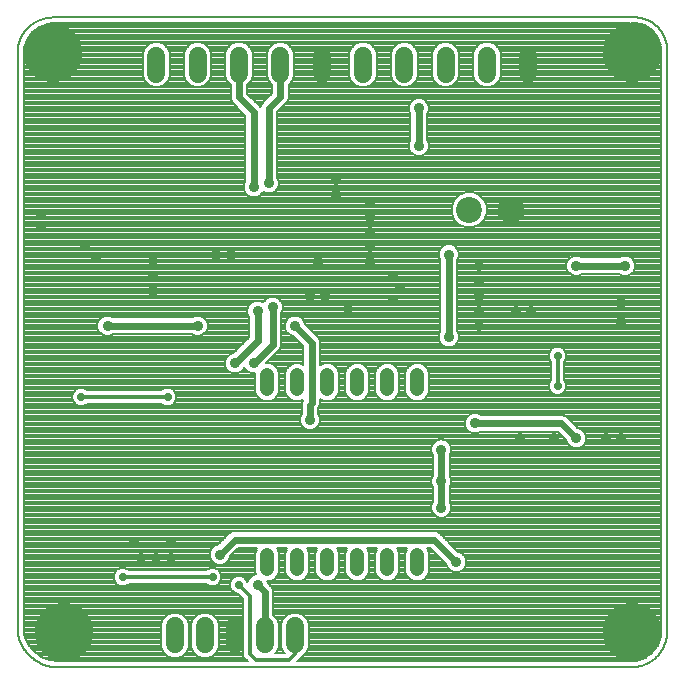
<source format=gbl>
G75*
%MOIN*%
%OFA0B0*%
%FSLAX25Y25*%
%IPPOS*%
%LPD*%
%AMOC8*
5,1,8,0,0,1.08239X$1,22.5*
%
%ADD10C,0.00800*%
%ADD11C,0.05906*%
%ADD12C,0.04800*%
%ADD13C,0.08661*%
%ADD14OC8,0.08661*%
%ADD15C,0.03562*%
%ADD16C,0.19685*%
%ADD17C,0.02400*%
%ADD18C,0.02775*%
%ADD19C,0.01200*%
D10*
X0022335Y0015019D02*
X0022335Y0207933D01*
X0024335Y0207933D02*
X0024456Y0209468D01*
X0025405Y0212387D01*
X0027209Y0214870D01*
X0029692Y0216674D01*
X0032612Y0217623D01*
X0034146Y0217744D01*
X0226330Y0217744D01*
X0226406Y0217680D01*
X0227146Y0217744D01*
X0227888Y0217744D01*
X0227901Y0217756D01*
X0228630Y0217762D01*
X0231347Y0217131D01*
X0233736Y0215691D01*
X0235563Y0213584D01*
X0236649Y0211016D01*
X0236871Y0209680D01*
X0236871Y0015019D01*
X0236750Y0013485D01*
X0235802Y0010565D01*
X0233997Y0008082D01*
X0231514Y0006278D01*
X0228595Y0005329D01*
X0227060Y0005208D01*
X0115572Y0005208D01*
X0115747Y0005383D01*
X0117035Y0006672D01*
X0117035Y0006864D01*
X0117414Y0007021D01*
X0118695Y0008302D01*
X0119388Y0009975D01*
X0119388Y0017692D01*
X0118695Y0019365D01*
X0117414Y0020646D01*
X0115741Y0021339D01*
X0113930Y0021339D01*
X0112256Y0020646D01*
X0110976Y0019365D01*
X0110283Y0017692D01*
X0110283Y0009975D01*
X0110976Y0008302D01*
X0111369Y0007908D01*
X0108302Y0007908D01*
X0108695Y0008302D01*
X0109388Y0009975D01*
X0109388Y0017692D01*
X0108695Y0019365D01*
X0107635Y0020425D01*
X0107635Y0028765D01*
X0107209Y0029794D01*
X0105717Y0031287D01*
X0105717Y0031381D01*
X0105556Y0031769D01*
X0106399Y0031769D01*
X0107869Y0032378D01*
X0108994Y0033503D01*
X0109603Y0034973D01*
X0109603Y0041365D01*
X0108994Y0042835D01*
X0108921Y0042908D01*
X0112286Y0042908D01*
X0112212Y0042835D01*
X0111603Y0041365D01*
X0111603Y0034973D01*
X0112212Y0033503D01*
X0113337Y0032378D01*
X0114807Y0031769D01*
X0116399Y0031769D01*
X0117869Y0032378D01*
X0118994Y0033503D01*
X0119603Y0034973D01*
X0119603Y0041365D01*
X0118994Y0042835D01*
X0118921Y0042908D01*
X0122286Y0042908D01*
X0122212Y0042835D01*
X0121603Y0041365D01*
X0121603Y0034973D01*
X0122212Y0033503D01*
X0123337Y0032378D01*
X0124807Y0031769D01*
X0126399Y0031769D01*
X0127869Y0032378D01*
X0128994Y0033503D01*
X0129603Y0034973D01*
X0129603Y0041365D01*
X0128994Y0042835D01*
X0128921Y0042908D01*
X0132286Y0042908D01*
X0132212Y0042835D01*
X0131603Y0041365D01*
X0131603Y0034973D01*
X0132212Y0033503D01*
X0133337Y0032378D01*
X0134807Y0031769D01*
X0136399Y0031769D01*
X0137869Y0032378D01*
X0138994Y0033503D01*
X0139603Y0034973D01*
X0139603Y0041365D01*
X0138994Y0042835D01*
X0138921Y0042908D01*
X0142286Y0042908D01*
X0142212Y0042835D01*
X0141603Y0041365D01*
X0141603Y0034973D01*
X0142212Y0033503D01*
X0143337Y0032378D01*
X0144807Y0031769D01*
X0146399Y0031769D01*
X0147869Y0032378D01*
X0148994Y0033503D01*
X0149603Y0034973D01*
X0149603Y0041365D01*
X0148994Y0042835D01*
X0148921Y0042908D01*
X0152286Y0042908D01*
X0152212Y0042835D01*
X0151603Y0041365D01*
X0151603Y0034973D01*
X0152212Y0033503D01*
X0153337Y0032378D01*
X0154807Y0031769D01*
X0156399Y0031769D01*
X0157869Y0032378D01*
X0158994Y0033503D01*
X0159603Y0034973D01*
X0159603Y0041365D01*
X0158994Y0042835D01*
X0158921Y0042908D01*
X0159926Y0042908D01*
X0165204Y0037630D01*
X0165204Y0037536D01*
X0165719Y0036293D01*
X0166670Y0035342D01*
X0167913Y0034827D01*
X0169258Y0034827D01*
X0170501Y0035342D01*
X0171452Y0036293D01*
X0171967Y0037536D01*
X0171967Y0038881D01*
X0171452Y0040124D01*
X0170501Y0041075D01*
X0169258Y0041589D01*
X0169164Y0041589D01*
X0162671Y0048082D01*
X0161642Y0048508D01*
X0094278Y0048508D01*
X0093249Y0048082D01*
X0089257Y0044089D01*
X0089163Y0044089D01*
X0087920Y0043575D01*
X0086969Y0042624D01*
X0086454Y0041381D01*
X0086454Y0040036D01*
X0086969Y0038793D01*
X0087920Y0037842D01*
X0089163Y0037327D01*
X0090508Y0037327D01*
X0091751Y0037842D01*
X0092702Y0038793D01*
X0093217Y0040036D01*
X0093217Y0040130D01*
X0095995Y0042908D01*
X0102286Y0042908D01*
X0102212Y0042835D01*
X0101603Y0041365D01*
X0101603Y0034973D01*
X0101969Y0034089D01*
X0101663Y0034089D01*
X0100420Y0033575D01*
X0099469Y0032624D01*
X0098997Y0031485D01*
X0098618Y0032401D01*
X0097778Y0033241D01*
X0096680Y0033696D01*
X0095491Y0033696D01*
X0094393Y0033241D01*
X0093553Y0032401D01*
X0093098Y0031303D01*
X0093098Y0030114D01*
X0093553Y0029016D01*
X0094393Y0028176D01*
X0095491Y0027721D01*
X0095962Y0027721D01*
X0097635Y0026047D01*
X0097635Y0006672D01*
X0099099Y0005208D01*
X0038569Y0005208D01*
X0038446Y0005302D01*
X0037760Y0005208D01*
X0037068Y0005208D01*
X0037006Y0005146D01*
X0036084Y0005081D01*
X0033024Y0005467D01*
X0030168Y0006632D01*
X0027712Y0008497D01*
X0025822Y0010934D01*
X0024626Y0013777D01*
X0024335Y0015200D01*
X0024335Y0207933D01*
X0024335Y0207627D02*
X0064043Y0207627D01*
X0064043Y0207854D02*
X0064043Y0200137D01*
X0064736Y0198464D01*
X0066016Y0197183D01*
X0067690Y0196490D01*
X0069501Y0196490D01*
X0071174Y0197183D01*
X0072455Y0198464D01*
X0073148Y0200137D01*
X0073148Y0207854D01*
X0072455Y0209527D01*
X0071174Y0210808D01*
X0069501Y0211501D01*
X0067690Y0211501D01*
X0066016Y0210808D01*
X0064736Y0209527D01*
X0064043Y0207854D01*
X0064279Y0208426D02*
X0024374Y0208426D01*
X0024437Y0209224D02*
X0064610Y0209224D01*
X0065231Y0210023D02*
X0024637Y0210023D01*
X0024896Y0210821D02*
X0066048Y0210821D01*
X0064043Y0206829D02*
X0024335Y0206829D01*
X0024335Y0206030D02*
X0064043Y0206030D01*
X0064043Y0205232D02*
X0024335Y0205232D01*
X0024335Y0204433D02*
X0064043Y0204433D01*
X0064043Y0203635D02*
X0024335Y0203635D01*
X0024335Y0202836D02*
X0064043Y0202836D01*
X0064043Y0202038D02*
X0024335Y0202038D01*
X0024335Y0201239D02*
X0064043Y0201239D01*
X0064043Y0200441D02*
X0024335Y0200441D01*
X0024335Y0199642D02*
X0064248Y0199642D01*
X0064578Y0198844D02*
X0024335Y0198844D01*
X0024335Y0198045D02*
X0065155Y0198045D01*
X0065953Y0197247D02*
X0024335Y0197247D01*
X0024335Y0196448D02*
X0093354Y0196448D01*
X0093354Y0195650D02*
X0024335Y0195650D01*
X0024335Y0194851D02*
X0093354Y0194851D01*
X0093354Y0194053D02*
X0024335Y0194053D01*
X0024335Y0193254D02*
X0093354Y0193254D01*
X0093354Y0192582D02*
X0093781Y0191553D01*
X0098285Y0187049D01*
X0098285Y0165190D01*
X0098219Y0165124D01*
X0097704Y0163881D01*
X0097704Y0162536D01*
X0098219Y0161293D01*
X0099170Y0160342D01*
X0100413Y0159827D01*
X0101758Y0159827D01*
X0103001Y0160342D01*
X0103952Y0161293D01*
X0104103Y0161659D01*
X0104170Y0161592D01*
X0105413Y0161077D01*
X0106758Y0161077D01*
X0108001Y0161592D01*
X0108952Y0162543D01*
X0109467Y0163786D01*
X0109467Y0165131D01*
X0108952Y0166374D01*
X0108885Y0166440D01*
X0108885Y0188299D01*
X0112308Y0191721D01*
X0112734Y0192750D01*
X0112734Y0197404D01*
X0113793Y0198464D01*
X0114487Y0200137D01*
X0114487Y0207854D01*
X0113793Y0209527D01*
X0112513Y0210808D01*
X0110839Y0211501D01*
X0109028Y0211501D01*
X0107355Y0210808D01*
X0106074Y0209527D01*
X0105381Y0207854D01*
X0105381Y0200137D01*
X0106074Y0198464D01*
X0107134Y0197404D01*
X0107134Y0194467D01*
X0104499Y0191832D01*
X0103712Y0191044D01*
X0103285Y0190015D01*
X0103285Y0189968D01*
X0102671Y0190582D01*
X0098954Y0194299D01*
X0098954Y0197404D01*
X0100014Y0198464D01*
X0100707Y0200137D01*
X0100707Y0207854D01*
X0100014Y0209527D01*
X0098733Y0210808D01*
X0097060Y0211501D01*
X0095249Y0211501D01*
X0093575Y0210808D01*
X0092295Y0209527D01*
X0091602Y0207854D01*
X0091602Y0200137D01*
X0092295Y0198464D01*
X0093354Y0197404D01*
X0093354Y0192582D01*
X0093407Y0192456D02*
X0024335Y0192456D01*
X0024335Y0191657D02*
X0093738Y0191657D01*
X0094475Y0190858D02*
X0024335Y0190858D01*
X0024335Y0190060D02*
X0095274Y0190060D01*
X0096072Y0189261D02*
X0024335Y0189261D01*
X0024335Y0188463D02*
X0096871Y0188463D01*
X0097670Y0187664D02*
X0024335Y0187664D01*
X0024335Y0186866D02*
X0098285Y0186866D01*
X0098285Y0186067D02*
X0024335Y0186067D01*
X0024335Y0185269D02*
X0098285Y0185269D01*
X0098285Y0184470D02*
X0024335Y0184470D01*
X0024335Y0183672D02*
X0098285Y0183672D01*
X0098285Y0182873D02*
X0024335Y0182873D01*
X0024335Y0182075D02*
X0098285Y0182075D01*
X0098285Y0181276D02*
X0024335Y0181276D01*
X0024335Y0180478D02*
X0098285Y0180478D01*
X0098285Y0179679D02*
X0024335Y0179679D01*
X0024335Y0178881D02*
X0098285Y0178881D01*
X0098285Y0178082D02*
X0024335Y0178082D01*
X0024335Y0177284D02*
X0098285Y0177284D01*
X0098285Y0176485D02*
X0024335Y0176485D01*
X0024335Y0175687D02*
X0098285Y0175687D01*
X0098285Y0174888D02*
X0024335Y0174888D01*
X0024335Y0174090D02*
X0098285Y0174090D01*
X0098285Y0173291D02*
X0024335Y0173291D01*
X0024335Y0172493D02*
X0098285Y0172493D01*
X0098285Y0171694D02*
X0024335Y0171694D01*
X0024335Y0170896D02*
X0098285Y0170896D01*
X0098285Y0170097D02*
X0024335Y0170097D01*
X0024335Y0169299D02*
X0098285Y0169299D01*
X0098285Y0168500D02*
X0024335Y0168500D01*
X0024335Y0167702D02*
X0098285Y0167702D01*
X0098285Y0166903D02*
X0024335Y0166903D01*
X0024335Y0166105D02*
X0098285Y0166105D01*
X0098285Y0165306D02*
X0024335Y0165306D01*
X0024335Y0164508D02*
X0097964Y0164508D01*
X0097704Y0163709D02*
X0024335Y0163709D01*
X0024335Y0162911D02*
X0097704Y0162911D01*
X0097880Y0162112D02*
X0024335Y0162112D01*
X0024335Y0161314D02*
X0098211Y0161314D01*
X0098997Y0160515D02*
X0024335Y0160515D01*
X0024335Y0159717D02*
X0168567Y0159717D01*
X0167918Y0159068D02*
X0169586Y0160736D01*
X0171766Y0161639D01*
X0174125Y0161639D01*
X0176305Y0160736D01*
X0177973Y0159068D01*
X0178876Y0156888D01*
X0178876Y0154529D01*
X0177973Y0152349D01*
X0176305Y0150681D01*
X0174125Y0149778D01*
X0171766Y0149778D01*
X0169586Y0150681D01*
X0167918Y0152349D01*
X0167015Y0154529D01*
X0167015Y0156888D01*
X0167918Y0159068D01*
X0167856Y0158918D02*
X0024335Y0158918D01*
X0024335Y0158120D02*
X0167525Y0158120D01*
X0167194Y0157321D02*
X0024335Y0157321D01*
X0024335Y0156523D02*
X0167015Y0156523D01*
X0167015Y0155724D02*
X0024335Y0155724D01*
X0024335Y0154925D02*
X0167015Y0154925D01*
X0167181Y0154127D02*
X0024335Y0154127D01*
X0024335Y0153328D02*
X0167512Y0153328D01*
X0167843Y0152530D02*
X0024335Y0152530D01*
X0024335Y0151731D02*
X0168535Y0151731D01*
X0169334Y0150933D02*
X0024335Y0150933D01*
X0024335Y0150134D02*
X0170905Y0150134D01*
X0174987Y0150134D02*
X0236871Y0150134D01*
X0236871Y0149336D02*
X0024335Y0149336D01*
X0024335Y0148537D02*
X0236871Y0148537D01*
X0236871Y0147739D02*
X0024335Y0147739D01*
X0024335Y0146940D02*
X0236871Y0146940D01*
X0236871Y0146142D02*
X0024335Y0146142D01*
X0024335Y0145343D02*
X0236871Y0145343D01*
X0236871Y0144545D02*
X0024335Y0144545D01*
X0024335Y0143746D02*
X0164585Y0143746D01*
X0164170Y0143575D02*
X0163219Y0142624D01*
X0162704Y0141381D01*
X0162704Y0140036D01*
X0163219Y0138793D01*
X0163285Y0138727D01*
X0163285Y0115190D01*
X0163219Y0115124D01*
X0162704Y0113881D01*
X0162704Y0112536D01*
X0163219Y0111293D01*
X0164170Y0110342D01*
X0165413Y0109827D01*
X0166758Y0109827D01*
X0168001Y0110342D01*
X0168952Y0111293D01*
X0169467Y0112536D01*
X0169467Y0113881D01*
X0168952Y0115124D01*
X0168885Y0115190D01*
X0168885Y0138727D01*
X0168952Y0138793D01*
X0169467Y0140036D01*
X0169467Y0141381D01*
X0168952Y0142624D01*
X0168001Y0143575D01*
X0166758Y0144089D01*
X0165413Y0144089D01*
X0164170Y0143575D01*
X0163543Y0142948D02*
X0024335Y0142948D01*
X0024335Y0142149D02*
X0163023Y0142149D01*
X0162704Y0141351D02*
X0024335Y0141351D01*
X0024335Y0140552D02*
X0162704Y0140552D01*
X0162821Y0139754D02*
X0024335Y0139754D01*
X0024335Y0138955D02*
X0163152Y0138955D01*
X0163285Y0138157D02*
X0024335Y0138157D01*
X0024335Y0137358D02*
X0163285Y0137358D01*
X0163285Y0136560D02*
X0024335Y0136560D01*
X0024335Y0135761D02*
X0163285Y0135761D01*
X0163285Y0134963D02*
X0024335Y0134963D01*
X0024335Y0134164D02*
X0163285Y0134164D01*
X0163285Y0133366D02*
X0024335Y0133366D01*
X0024335Y0132567D02*
X0163285Y0132567D01*
X0163285Y0131769D02*
X0024335Y0131769D01*
X0024335Y0130970D02*
X0163285Y0130970D01*
X0163285Y0130172D02*
X0024335Y0130172D01*
X0024335Y0129373D02*
X0163285Y0129373D01*
X0163285Y0128575D02*
X0024335Y0128575D01*
X0024335Y0127776D02*
X0163285Y0127776D01*
X0163285Y0126978D02*
X0024335Y0126978D01*
X0024335Y0126179D02*
X0105672Y0126179D01*
X0105420Y0126075D02*
X0104469Y0125124D01*
X0104318Y0124758D01*
X0104251Y0124825D01*
X0103008Y0125339D01*
X0101663Y0125339D01*
X0100420Y0124825D01*
X0099469Y0123874D01*
X0098954Y0122631D01*
X0098954Y0121286D01*
X0099469Y0120043D01*
X0099535Y0119977D01*
X0099535Y0113118D01*
X0094257Y0107839D01*
X0094163Y0107839D01*
X0092920Y0107325D01*
X0091969Y0106374D01*
X0091454Y0105131D01*
X0091454Y0103786D01*
X0091969Y0102543D01*
X0092920Y0101592D01*
X0094163Y0101077D01*
X0095508Y0101077D01*
X0096751Y0101592D01*
X0097702Y0102543D01*
X0097960Y0103168D01*
X0098219Y0102543D01*
X0099170Y0101592D01*
X0100413Y0101077D01*
X0101603Y0101077D01*
X0101603Y0094973D01*
X0102212Y0093503D01*
X0103337Y0092378D01*
X0104807Y0091769D01*
X0106399Y0091769D01*
X0107869Y0092378D01*
X0108994Y0093503D01*
X0109603Y0094973D01*
X0109603Y0101365D01*
X0108994Y0102835D01*
X0107869Y0103960D01*
X0106399Y0104569D01*
X0105156Y0104569D01*
X0109709Y0109122D01*
X0110135Y0110151D01*
X0110135Y0121227D01*
X0110202Y0121293D01*
X0110717Y0122536D01*
X0110717Y0123881D01*
X0110202Y0125124D01*
X0109251Y0126075D01*
X0108008Y0126589D01*
X0106663Y0126589D01*
X0105420Y0126075D01*
X0104726Y0125381D02*
X0024335Y0125381D01*
X0024335Y0124582D02*
X0100178Y0124582D01*
X0099432Y0123784D02*
X0024335Y0123784D01*
X0024335Y0122985D02*
X0099101Y0122985D01*
X0098954Y0122187D02*
X0024335Y0122187D01*
X0024335Y0121388D02*
X0098954Y0121388D01*
X0099243Y0120589D02*
X0024335Y0120589D01*
X0024335Y0119791D02*
X0050386Y0119791D01*
X0050420Y0119825D02*
X0049469Y0118874D01*
X0048954Y0117631D01*
X0048954Y0116286D01*
X0049469Y0115043D01*
X0050420Y0114092D01*
X0051663Y0113577D01*
X0053008Y0113577D01*
X0054251Y0114092D01*
X0054317Y0114158D01*
X0080354Y0114158D01*
X0080420Y0114092D01*
X0081663Y0113577D01*
X0083008Y0113577D01*
X0084251Y0114092D01*
X0085202Y0115043D01*
X0085717Y0116286D01*
X0085717Y0117631D01*
X0085202Y0118874D01*
X0084251Y0119825D01*
X0083008Y0120339D01*
X0081663Y0120339D01*
X0080420Y0119825D01*
X0080354Y0119758D01*
X0054317Y0119758D01*
X0054251Y0119825D01*
X0053008Y0120339D01*
X0051663Y0120339D01*
X0050420Y0119825D01*
X0049588Y0118992D02*
X0024335Y0118992D01*
X0024335Y0118194D02*
X0049188Y0118194D01*
X0048954Y0117395D02*
X0024335Y0117395D01*
X0024335Y0116597D02*
X0048954Y0116597D01*
X0049156Y0115798D02*
X0024335Y0115798D01*
X0024335Y0115000D02*
X0049512Y0115000D01*
X0050311Y0114201D02*
X0024335Y0114201D01*
X0024335Y0113403D02*
X0099535Y0113403D01*
X0099535Y0114201D02*
X0084360Y0114201D01*
X0085159Y0115000D02*
X0099535Y0115000D01*
X0099535Y0115798D02*
X0085515Y0115798D01*
X0085717Y0116597D02*
X0099535Y0116597D01*
X0099535Y0117395D02*
X0085717Y0117395D01*
X0085483Y0118194D02*
X0099535Y0118194D01*
X0099535Y0118992D02*
X0085083Y0118992D01*
X0084284Y0119791D02*
X0099535Y0119791D01*
X0099022Y0112604D02*
X0024335Y0112604D01*
X0024335Y0111806D02*
X0098223Y0111806D01*
X0097425Y0111007D02*
X0024335Y0111007D01*
X0024335Y0110209D02*
X0096626Y0110209D01*
X0095828Y0109410D02*
X0024335Y0109410D01*
X0024335Y0108612D02*
X0095029Y0108612D01*
X0094100Y0107813D02*
X0024335Y0107813D01*
X0024335Y0107015D02*
X0092610Y0107015D01*
X0091904Y0106216D02*
X0024335Y0106216D01*
X0024335Y0105418D02*
X0091573Y0105418D01*
X0091454Y0104619D02*
X0024335Y0104619D01*
X0024335Y0103821D02*
X0091454Y0103821D01*
X0091771Y0103022D02*
X0024335Y0103022D01*
X0024335Y0102224D02*
X0092288Y0102224D01*
X0093323Y0101425D02*
X0024335Y0101425D01*
X0024335Y0100627D02*
X0101603Y0100627D01*
X0101603Y0099828D02*
X0024335Y0099828D01*
X0024335Y0099030D02*
X0101603Y0099030D01*
X0101603Y0098231D02*
X0024335Y0098231D01*
X0024335Y0097433D02*
X0101603Y0097433D01*
X0101603Y0096634D02*
X0024335Y0096634D01*
X0024335Y0095836D02*
X0042122Y0095836D01*
X0041893Y0095741D02*
X0041053Y0094901D01*
X0040598Y0093803D01*
X0040598Y0092614D01*
X0041053Y0091516D01*
X0041893Y0090676D01*
X0042991Y0090221D01*
X0044180Y0090221D01*
X0045278Y0090676D01*
X0045610Y0091008D01*
X0070311Y0091008D01*
X0070643Y0090676D01*
X0071741Y0090221D01*
X0072930Y0090221D01*
X0074028Y0090676D01*
X0074868Y0091516D01*
X0075323Y0092614D01*
X0075323Y0093803D01*
X0074868Y0094901D01*
X0074028Y0095741D01*
X0072930Y0096196D01*
X0071741Y0096196D01*
X0070643Y0095741D01*
X0070311Y0095408D01*
X0045610Y0095408D01*
X0045278Y0095741D01*
X0044180Y0096196D01*
X0042991Y0096196D01*
X0041893Y0095741D01*
X0041189Y0095037D02*
X0024335Y0095037D01*
X0024335Y0094239D02*
X0040779Y0094239D01*
X0040598Y0093440D02*
X0024335Y0093440D01*
X0024335Y0092642D02*
X0040598Y0092642D01*
X0040917Y0091843D02*
X0024335Y0091843D01*
X0024335Y0091045D02*
X0041524Y0091045D01*
X0042930Y0090246D02*
X0024335Y0090246D01*
X0024335Y0089448D02*
X0117035Y0089448D01*
X0117035Y0090246D02*
X0072990Y0090246D01*
X0071680Y0090246D02*
X0044240Y0090246D01*
X0045049Y0095836D02*
X0070872Y0095836D01*
X0073799Y0095836D02*
X0101603Y0095836D01*
X0101603Y0095037D02*
X0074731Y0095037D01*
X0075142Y0094239D02*
X0101907Y0094239D01*
X0102275Y0093440D02*
X0075323Y0093440D01*
X0075323Y0092642D02*
X0103074Y0092642D01*
X0104629Y0091843D02*
X0075003Y0091843D01*
X0074396Y0091045D02*
X0117035Y0091045D01*
X0117035Y0091265D02*
X0117035Y0087690D01*
X0116969Y0087624D01*
X0116454Y0086381D01*
X0116454Y0085036D01*
X0116969Y0083793D01*
X0117920Y0082842D01*
X0119163Y0082327D01*
X0120508Y0082327D01*
X0121751Y0082842D01*
X0122702Y0083793D01*
X0123217Y0085036D01*
X0123217Y0086381D01*
X0122702Y0087624D01*
X0122635Y0087690D01*
X0122635Y0089549D01*
X0122834Y0089747D01*
X0123260Y0090776D01*
X0123260Y0092455D01*
X0123337Y0092378D01*
X0124807Y0091769D01*
X0126399Y0091769D01*
X0127869Y0092378D01*
X0128994Y0093503D01*
X0129603Y0094973D01*
X0129603Y0101365D01*
X0128994Y0102835D01*
X0127869Y0103960D01*
X0126399Y0104569D01*
X0124807Y0104569D01*
X0123337Y0103960D01*
X0123260Y0103883D01*
X0123260Y0111890D01*
X0122834Y0112919D01*
X0118217Y0117537D01*
X0118217Y0117631D01*
X0117702Y0118874D01*
X0116751Y0119825D01*
X0115508Y0120339D01*
X0114163Y0120339D01*
X0112920Y0119825D01*
X0111969Y0118874D01*
X0111454Y0117631D01*
X0111454Y0116286D01*
X0111969Y0115043D01*
X0112920Y0114092D01*
X0114163Y0113577D01*
X0114257Y0113577D01*
X0117660Y0110174D01*
X0117660Y0104046D01*
X0116399Y0104569D01*
X0114807Y0104569D01*
X0113337Y0103960D01*
X0112212Y0102835D01*
X0111603Y0101365D01*
X0111603Y0094973D01*
X0112212Y0093503D01*
X0113337Y0092378D01*
X0114807Y0091769D01*
X0116399Y0091769D01*
X0117419Y0092192D01*
X0117035Y0091265D01*
X0117275Y0091843D02*
X0116578Y0091843D01*
X0114629Y0091843D02*
X0106578Y0091843D01*
X0108133Y0092642D02*
X0113074Y0092642D01*
X0112275Y0093440D02*
X0108931Y0093440D01*
X0109299Y0094239D02*
X0111907Y0094239D01*
X0111603Y0095037D02*
X0109603Y0095037D01*
X0109603Y0095836D02*
X0111603Y0095836D01*
X0111603Y0096634D02*
X0109603Y0096634D01*
X0109603Y0097433D02*
X0111603Y0097433D01*
X0111603Y0098231D02*
X0109603Y0098231D01*
X0109603Y0099030D02*
X0111603Y0099030D01*
X0111603Y0099828D02*
X0109603Y0099828D01*
X0109603Y0100627D02*
X0111603Y0100627D01*
X0111628Y0101425D02*
X0109578Y0101425D01*
X0109247Y0102224D02*
X0111959Y0102224D01*
X0112400Y0103022D02*
X0108807Y0103022D01*
X0108008Y0103821D02*
X0113198Y0103821D01*
X0117660Y0104619D02*
X0105206Y0104619D01*
X0106005Y0105418D02*
X0117660Y0105418D01*
X0117660Y0106216D02*
X0106803Y0106216D01*
X0107602Y0107015D02*
X0117660Y0107015D01*
X0117660Y0107813D02*
X0108400Y0107813D01*
X0109199Y0108612D02*
X0117660Y0108612D01*
X0117660Y0109410D02*
X0109828Y0109410D01*
X0110135Y0110209D02*
X0117625Y0110209D01*
X0116827Y0111007D02*
X0110135Y0111007D01*
X0110135Y0111806D02*
X0116028Y0111806D01*
X0115230Y0112604D02*
X0110135Y0112604D01*
X0110135Y0113403D02*
X0114431Y0113403D01*
X0112811Y0114201D02*
X0110135Y0114201D01*
X0110135Y0115000D02*
X0112012Y0115000D01*
X0111656Y0115798D02*
X0110135Y0115798D01*
X0110135Y0116597D02*
X0111454Y0116597D01*
X0111454Y0117395D02*
X0110135Y0117395D01*
X0110135Y0118194D02*
X0111688Y0118194D01*
X0112088Y0118992D02*
X0110135Y0118992D01*
X0110135Y0119791D02*
X0112886Y0119791D01*
X0110135Y0120589D02*
X0163285Y0120589D01*
X0163285Y0119791D02*
X0116784Y0119791D01*
X0117583Y0118992D02*
X0163285Y0118992D01*
X0163285Y0118194D02*
X0117983Y0118194D01*
X0118358Y0117395D02*
X0163285Y0117395D01*
X0163285Y0116597D02*
X0119157Y0116597D01*
X0119955Y0115798D02*
X0163285Y0115798D01*
X0163168Y0115000D02*
X0120754Y0115000D01*
X0121552Y0114201D02*
X0162837Y0114201D01*
X0162704Y0113403D02*
X0122351Y0113403D01*
X0122965Y0112604D02*
X0162704Y0112604D01*
X0163007Y0111806D02*
X0123260Y0111806D01*
X0123260Y0111007D02*
X0163505Y0111007D01*
X0164492Y0110209D02*
X0123260Y0110209D01*
X0123260Y0109410D02*
X0200563Y0109410D01*
X0200643Y0109491D02*
X0199803Y0108651D01*
X0199348Y0107553D01*
X0199348Y0106364D01*
X0199803Y0105266D01*
X0200135Y0104933D01*
X0200135Y0098983D01*
X0199803Y0098651D01*
X0199348Y0097553D01*
X0199348Y0096364D01*
X0199803Y0095266D01*
X0200643Y0094426D01*
X0201741Y0093971D01*
X0202930Y0093971D01*
X0204028Y0094426D01*
X0204868Y0095266D01*
X0205323Y0096364D01*
X0205323Y0097553D01*
X0204868Y0098651D01*
X0204535Y0098983D01*
X0204535Y0104933D01*
X0204868Y0105266D01*
X0205323Y0106364D01*
X0205323Y0107553D01*
X0204868Y0108651D01*
X0204028Y0109491D01*
X0202930Y0109946D01*
X0201741Y0109946D01*
X0200643Y0109491D01*
X0199787Y0108612D02*
X0123260Y0108612D01*
X0123260Y0107813D02*
X0199456Y0107813D01*
X0199348Y0107015D02*
X0123260Y0107015D01*
X0123260Y0106216D02*
X0199409Y0106216D01*
X0199740Y0105418D02*
X0123260Y0105418D01*
X0123260Y0104619D02*
X0200135Y0104619D01*
X0200135Y0103821D02*
X0158008Y0103821D01*
X0157869Y0103960D02*
X0156399Y0104569D01*
X0154807Y0104569D01*
X0153337Y0103960D01*
X0152212Y0102835D01*
X0151603Y0101365D01*
X0151603Y0094973D01*
X0152212Y0093503D01*
X0153337Y0092378D01*
X0154807Y0091769D01*
X0156399Y0091769D01*
X0157869Y0092378D01*
X0158994Y0093503D01*
X0159603Y0094973D01*
X0159603Y0101365D01*
X0158994Y0102835D01*
X0157869Y0103960D01*
X0158807Y0103022D02*
X0200135Y0103022D01*
X0200135Y0102224D02*
X0159247Y0102224D01*
X0159578Y0101425D02*
X0200135Y0101425D01*
X0200135Y0100627D02*
X0159603Y0100627D01*
X0159603Y0099828D02*
X0200135Y0099828D01*
X0200135Y0099030D02*
X0159603Y0099030D01*
X0159603Y0098231D02*
X0199629Y0098231D01*
X0199348Y0097433D02*
X0159603Y0097433D01*
X0159603Y0096634D02*
X0199348Y0096634D01*
X0199567Y0095836D02*
X0159603Y0095836D01*
X0159603Y0095037D02*
X0200032Y0095037D01*
X0201095Y0094239D02*
X0159299Y0094239D01*
X0158931Y0093440D02*
X0236871Y0093440D01*
X0236871Y0092642D02*
X0158133Y0092642D01*
X0156578Y0091843D02*
X0236871Y0091843D01*
X0236871Y0091045D02*
X0123260Y0091045D01*
X0123260Y0091843D02*
X0124629Y0091843D01*
X0126578Y0091843D02*
X0134629Y0091843D01*
X0134807Y0091769D02*
X0136399Y0091769D01*
X0137869Y0092378D01*
X0138994Y0093503D01*
X0139603Y0094973D01*
X0139603Y0101365D01*
X0138994Y0102835D01*
X0137869Y0103960D01*
X0136399Y0104569D01*
X0134807Y0104569D01*
X0133337Y0103960D01*
X0132212Y0102835D01*
X0131603Y0101365D01*
X0131603Y0094973D01*
X0132212Y0093503D01*
X0133337Y0092378D01*
X0134807Y0091769D01*
X0136578Y0091843D02*
X0144629Y0091843D01*
X0144807Y0091769D02*
X0146399Y0091769D01*
X0147869Y0092378D01*
X0148994Y0093503D01*
X0149603Y0094973D01*
X0149603Y0101365D01*
X0148994Y0102835D01*
X0147869Y0103960D01*
X0146399Y0104569D01*
X0144807Y0104569D01*
X0143337Y0103960D01*
X0142212Y0102835D01*
X0141603Y0101365D01*
X0141603Y0094973D01*
X0142212Y0093503D01*
X0143337Y0092378D01*
X0144807Y0091769D01*
X0146578Y0091843D02*
X0154629Y0091843D01*
X0153074Y0092642D02*
X0148133Y0092642D01*
X0148931Y0093440D02*
X0152275Y0093440D01*
X0151907Y0094239D02*
X0149299Y0094239D01*
X0149603Y0095037D02*
X0151603Y0095037D01*
X0151603Y0095836D02*
X0149603Y0095836D01*
X0149603Y0096634D02*
X0151603Y0096634D01*
X0151603Y0097433D02*
X0149603Y0097433D01*
X0149603Y0098231D02*
X0151603Y0098231D01*
X0151603Y0099030D02*
X0149603Y0099030D01*
X0149603Y0099828D02*
X0151603Y0099828D01*
X0151603Y0100627D02*
X0149603Y0100627D01*
X0149578Y0101425D02*
X0151628Y0101425D01*
X0151959Y0102224D02*
X0149247Y0102224D01*
X0148807Y0103022D02*
X0152400Y0103022D01*
X0153198Y0103821D02*
X0148008Y0103821D01*
X0143198Y0103821D02*
X0138008Y0103821D01*
X0138807Y0103022D02*
X0142400Y0103022D01*
X0141959Y0102224D02*
X0139247Y0102224D01*
X0139578Y0101425D02*
X0141628Y0101425D01*
X0141603Y0100627D02*
X0139603Y0100627D01*
X0139603Y0099828D02*
X0141603Y0099828D01*
X0141603Y0099030D02*
X0139603Y0099030D01*
X0139603Y0098231D02*
X0141603Y0098231D01*
X0141603Y0097433D02*
X0139603Y0097433D01*
X0139603Y0096634D02*
X0141603Y0096634D01*
X0141603Y0095836D02*
X0139603Y0095836D01*
X0139603Y0095037D02*
X0141603Y0095037D01*
X0141907Y0094239D02*
X0139299Y0094239D01*
X0138931Y0093440D02*
X0142275Y0093440D01*
X0143074Y0092642D02*
X0138133Y0092642D01*
X0133074Y0092642D02*
X0128133Y0092642D01*
X0128931Y0093440D02*
X0132275Y0093440D01*
X0131907Y0094239D02*
X0129299Y0094239D01*
X0129603Y0095037D02*
X0131603Y0095037D01*
X0131603Y0095836D02*
X0129603Y0095836D01*
X0129603Y0096634D02*
X0131603Y0096634D01*
X0131603Y0097433D02*
X0129603Y0097433D01*
X0129603Y0098231D02*
X0131603Y0098231D01*
X0131603Y0099030D02*
X0129603Y0099030D01*
X0129603Y0099828D02*
X0131603Y0099828D01*
X0131603Y0100627D02*
X0129603Y0100627D01*
X0129578Y0101425D02*
X0131628Y0101425D01*
X0131959Y0102224D02*
X0129247Y0102224D01*
X0128807Y0103022D02*
X0132400Y0103022D01*
X0133198Y0103821D02*
X0128008Y0103821D01*
X0123041Y0090246D02*
X0236871Y0090246D01*
X0236871Y0089448D02*
X0122635Y0089448D01*
X0122635Y0088649D02*
X0236871Y0088649D01*
X0236871Y0087851D02*
X0122635Y0087851D01*
X0122939Y0087052D02*
X0172648Y0087052D01*
X0172920Y0087325D02*
X0171969Y0086374D01*
X0171454Y0085131D01*
X0171454Y0083786D01*
X0171969Y0082543D01*
X0172920Y0081592D01*
X0174163Y0081077D01*
X0175508Y0081077D01*
X0176751Y0081592D01*
X0176817Y0081658D01*
X0202426Y0081658D01*
X0205204Y0078880D01*
X0205204Y0078786D01*
X0205719Y0077543D01*
X0206670Y0076592D01*
X0207913Y0076077D01*
X0209258Y0076077D01*
X0210501Y0076592D01*
X0211452Y0077543D01*
X0211967Y0078786D01*
X0211967Y0080131D01*
X0211452Y0081374D01*
X0210501Y0082325D01*
X0209258Y0082839D01*
X0209164Y0082839D01*
X0205171Y0086832D01*
X0204142Y0087258D01*
X0176817Y0087258D01*
X0176751Y0087325D01*
X0175508Y0087839D01*
X0174163Y0087839D01*
X0172920Y0087325D01*
X0171919Y0086254D02*
X0123217Y0086254D01*
X0123217Y0085455D02*
X0171589Y0085455D01*
X0171454Y0084656D02*
X0123059Y0084656D01*
X0122729Y0083858D02*
X0171454Y0083858D01*
X0171755Y0083059D02*
X0121968Y0083059D01*
X0117703Y0083059D02*
X0024335Y0083059D01*
X0024335Y0082261D02*
X0172251Y0082261D01*
X0173233Y0081462D02*
X0024335Y0081462D01*
X0024335Y0080664D02*
X0203420Y0080664D01*
X0202622Y0081462D02*
X0176438Y0081462D01*
X0166515Y0077470D02*
X0205792Y0077470D01*
X0205419Y0078268D02*
X0165807Y0078268D01*
X0165501Y0078575D02*
X0166452Y0077624D01*
X0166967Y0076381D01*
X0166967Y0075036D01*
X0166452Y0073793D01*
X0166385Y0073727D01*
X0166385Y0067065D01*
X0166452Y0066999D01*
X0166967Y0065756D01*
X0166967Y0064411D01*
X0166452Y0063168D01*
X0166385Y0063102D01*
X0166385Y0058315D01*
X0166452Y0058249D01*
X0166967Y0057006D01*
X0166967Y0055661D01*
X0166452Y0054418D01*
X0165501Y0053467D01*
X0164258Y0052952D01*
X0162913Y0052952D01*
X0161670Y0053467D01*
X0160719Y0054418D01*
X0160204Y0055661D01*
X0160204Y0057006D01*
X0160719Y0058249D01*
X0160785Y0058315D01*
X0160785Y0063102D01*
X0160719Y0063168D01*
X0160204Y0064411D01*
X0160204Y0065756D01*
X0160719Y0066999D01*
X0160785Y0067065D01*
X0160785Y0073727D01*
X0160719Y0073793D01*
X0160204Y0075036D01*
X0160204Y0076381D01*
X0160719Y0077624D01*
X0161670Y0078575D01*
X0162913Y0079089D01*
X0164258Y0079089D01*
X0165501Y0078575D01*
X0164312Y0079067D02*
X0205017Y0079067D01*
X0204219Y0079865D02*
X0024335Y0079865D01*
X0024335Y0079067D02*
X0162859Y0079067D01*
X0161364Y0078268D02*
X0024335Y0078268D01*
X0024335Y0077470D02*
X0160655Y0077470D01*
X0160325Y0076671D02*
X0024335Y0076671D01*
X0024335Y0075873D02*
X0160204Y0075873D01*
X0160204Y0075074D02*
X0024335Y0075074D01*
X0024335Y0074276D02*
X0160519Y0074276D01*
X0160785Y0073477D02*
X0024335Y0073477D01*
X0024335Y0072679D02*
X0160785Y0072679D01*
X0160785Y0071880D02*
X0024335Y0071880D01*
X0024335Y0071082D02*
X0160785Y0071082D01*
X0160785Y0070283D02*
X0024335Y0070283D01*
X0024335Y0069485D02*
X0160785Y0069485D01*
X0160785Y0068686D02*
X0024335Y0068686D01*
X0024335Y0067888D02*
X0160785Y0067888D01*
X0160785Y0067089D02*
X0024335Y0067089D01*
X0024335Y0066291D02*
X0160426Y0066291D01*
X0160204Y0065492D02*
X0024335Y0065492D01*
X0024335Y0064694D02*
X0160204Y0064694D01*
X0160418Y0063895D02*
X0024335Y0063895D01*
X0024335Y0063097D02*
X0160785Y0063097D01*
X0160785Y0062298D02*
X0024335Y0062298D01*
X0024335Y0061500D02*
X0160785Y0061500D01*
X0160785Y0060701D02*
X0024335Y0060701D01*
X0024335Y0059903D02*
X0160785Y0059903D01*
X0160785Y0059104D02*
X0024335Y0059104D01*
X0024335Y0058306D02*
X0160776Y0058306D01*
X0160412Y0057507D02*
X0024335Y0057507D01*
X0024335Y0056709D02*
X0160204Y0056709D01*
X0160204Y0055910D02*
X0024335Y0055910D01*
X0024335Y0055112D02*
X0160432Y0055112D01*
X0160824Y0054313D02*
X0024335Y0054313D01*
X0024335Y0053515D02*
X0161623Y0053515D01*
X0165548Y0053515D02*
X0236871Y0053515D01*
X0236871Y0054313D02*
X0166347Y0054313D01*
X0166739Y0055112D02*
X0236871Y0055112D01*
X0236871Y0055910D02*
X0166967Y0055910D01*
X0166967Y0056709D02*
X0236871Y0056709D01*
X0236871Y0057507D02*
X0166759Y0057507D01*
X0166395Y0058306D02*
X0236871Y0058306D01*
X0236871Y0059104D02*
X0166385Y0059104D01*
X0166385Y0059903D02*
X0236871Y0059903D01*
X0236871Y0060701D02*
X0166385Y0060701D01*
X0166385Y0061500D02*
X0236871Y0061500D01*
X0236871Y0062298D02*
X0166385Y0062298D01*
X0166385Y0063097D02*
X0236871Y0063097D01*
X0236871Y0063895D02*
X0166753Y0063895D01*
X0166967Y0064694D02*
X0236871Y0064694D01*
X0236871Y0065492D02*
X0166967Y0065492D01*
X0166745Y0066291D02*
X0236871Y0066291D01*
X0236871Y0067089D02*
X0166385Y0067089D01*
X0166385Y0067888D02*
X0236871Y0067888D01*
X0236871Y0068686D02*
X0166385Y0068686D01*
X0166385Y0069485D02*
X0236871Y0069485D01*
X0236871Y0070283D02*
X0166385Y0070283D01*
X0166385Y0071082D02*
X0236871Y0071082D01*
X0236871Y0071880D02*
X0166385Y0071880D01*
X0166385Y0072679D02*
X0236871Y0072679D01*
X0236871Y0073477D02*
X0166385Y0073477D01*
X0166652Y0074276D02*
X0236871Y0074276D01*
X0236871Y0075074D02*
X0166967Y0075074D01*
X0166967Y0075873D02*
X0236871Y0075873D01*
X0236871Y0076671D02*
X0210580Y0076671D01*
X0211379Y0077470D02*
X0236871Y0077470D01*
X0236871Y0078268D02*
X0211752Y0078268D01*
X0211967Y0079067D02*
X0236871Y0079067D01*
X0236871Y0079865D02*
X0211967Y0079865D01*
X0211746Y0080664D02*
X0236871Y0080664D01*
X0236871Y0081462D02*
X0211363Y0081462D01*
X0210564Y0082261D02*
X0236871Y0082261D01*
X0236871Y0083059D02*
X0208944Y0083059D01*
X0208146Y0083858D02*
X0236871Y0083858D01*
X0236871Y0084656D02*
X0207347Y0084656D01*
X0206549Y0085455D02*
X0236871Y0085455D01*
X0236871Y0086254D02*
X0205750Y0086254D01*
X0204640Y0087052D02*
X0236871Y0087052D01*
X0236871Y0094239D02*
X0203576Y0094239D01*
X0204639Y0095037D02*
X0236871Y0095037D01*
X0236871Y0095836D02*
X0205104Y0095836D01*
X0205323Y0096634D02*
X0236871Y0096634D01*
X0236871Y0097433D02*
X0205323Y0097433D01*
X0205042Y0098231D02*
X0236871Y0098231D01*
X0236871Y0099030D02*
X0204535Y0099030D01*
X0204535Y0099828D02*
X0236871Y0099828D01*
X0236871Y0100627D02*
X0204535Y0100627D01*
X0204535Y0101425D02*
X0236871Y0101425D01*
X0236871Y0102224D02*
X0204535Y0102224D01*
X0204535Y0103022D02*
X0236871Y0103022D01*
X0236871Y0103821D02*
X0204535Y0103821D01*
X0204535Y0104619D02*
X0236871Y0104619D01*
X0236871Y0105418D02*
X0204931Y0105418D01*
X0205262Y0106216D02*
X0236871Y0106216D01*
X0236871Y0107015D02*
X0205323Y0107015D01*
X0205215Y0107813D02*
X0236871Y0107813D01*
X0236871Y0108612D02*
X0204884Y0108612D01*
X0204108Y0109410D02*
X0236871Y0109410D01*
X0236871Y0110209D02*
X0167679Y0110209D01*
X0168666Y0111007D02*
X0236871Y0111007D01*
X0236871Y0111806D02*
X0169164Y0111806D01*
X0169467Y0112604D02*
X0236871Y0112604D01*
X0236871Y0113403D02*
X0169467Y0113403D01*
X0169334Y0114201D02*
X0236871Y0114201D01*
X0236871Y0115000D02*
X0169003Y0115000D01*
X0168885Y0115798D02*
X0236871Y0115798D01*
X0236871Y0116597D02*
X0168885Y0116597D01*
X0168885Y0117395D02*
X0236871Y0117395D01*
X0236871Y0118194D02*
X0168885Y0118194D01*
X0168885Y0118992D02*
X0236871Y0118992D01*
X0236871Y0119791D02*
X0168885Y0119791D01*
X0168885Y0120589D02*
X0236871Y0120589D01*
X0236871Y0121388D02*
X0168885Y0121388D01*
X0168885Y0122187D02*
X0236871Y0122187D01*
X0236871Y0122985D02*
X0168885Y0122985D01*
X0168885Y0123784D02*
X0236871Y0123784D01*
X0236871Y0124582D02*
X0168885Y0124582D01*
X0168885Y0125381D02*
X0236871Y0125381D01*
X0236871Y0126179D02*
X0168885Y0126179D01*
X0168885Y0126978D02*
X0236871Y0126978D01*
X0236871Y0127776D02*
X0168885Y0127776D01*
X0168885Y0128575D02*
X0236871Y0128575D01*
X0236871Y0129373D02*
X0168885Y0129373D01*
X0168885Y0130172D02*
X0236871Y0130172D01*
X0236871Y0130970D02*
X0168885Y0130970D01*
X0168885Y0131769D02*
X0236871Y0131769D01*
X0236871Y0132567D02*
X0168885Y0132567D01*
X0168885Y0133366D02*
X0236871Y0133366D01*
X0236871Y0134164D02*
X0226823Y0134164D01*
X0226751Y0134092D02*
X0227702Y0135043D01*
X0228217Y0136286D01*
X0228217Y0137631D01*
X0227702Y0138874D01*
X0226751Y0139825D01*
X0225508Y0140339D01*
X0224163Y0140339D01*
X0222920Y0139825D01*
X0222854Y0139758D01*
X0210567Y0139758D01*
X0210501Y0139825D01*
X0209258Y0140339D01*
X0207913Y0140339D01*
X0206670Y0139825D01*
X0205719Y0138874D01*
X0205204Y0137631D01*
X0205204Y0136286D01*
X0205719Y0135043D01*
X0206670Y0134092D01*
X0207913Y0133577D01*
X0209258Y0133577D01*
X0210501Y0134092D01*
X0210567Y0134158D01*
X0222854Y0134158D01*
X0222920Y0134092D01*
X0224163Y0133577D01*
X0225508Y0133577D01*
X0226751Y0134092D01*
X0227621Y0134963D02*
X0236871Y0134963D01*
X0236871Y0135761D02*
X0227999Y0135761D01*
X0228217Y0136560D02*
X0236871Y0136560D01*
X0236871Y0137358D02*
X0228217Y0137358D01*
X0227999Y0138157D02*
X0236871Y0138157D01*
X0236871Y0138955D02*
X0227620Y0138955D01*
X0226822Y0139754D02*
X0236871Y0139754D01*
X0236871Y0140552D02*
X0169467Y0140552D01*
X0169467Y0141351D02*
X0236871Y0141351D01*
X0236871Y0142149D02*
X0169148Y0142149D01*
X0168628Y0142948D02*
X0236871Y0142948D01*
X0236871Y0143746D02*
X0167586Y0143746D01*
X0169350Y0139754D02*
X0206599Y0139754D01*
X0205801Y0138955D02*
X0169019Y0138955D01*
X0168885Y0138157D02*
X0205422Y0138157D01*
X0205204Y0137358D02*
X0168885Y0137358D01*
X0168885Y0136560D02*
X0205204Y0136560D01*
X0205422Y0135761D02*
X0168885Y0135761D01*
X0168885Y0134963D02*
X0205799Y0134963D01*
X0206598Y0134164D02*
X0168885Y0134164D01*
X0163285Y0126179D02*
X0108999Y0126179D01*
X0109945Y0125381D02*
X0163285Y0125381D01*
X0163285Y0124582D02*
X0110426Y0124582D01*
X0110717Y0123784D02*
X0163285Y0123784D01*
X0163285Y0122985D02*
X0110717Y0122985D01*
X0110572Y0122187D02*
X0163285Y0122187D01*
X0163285Y0121388D02*
X0110241Y0121388D01*
X0098021Y0103022D02*
X0097900Y0103022D01*
X0097382Y0102224D02*
X0098538Y0102224D01*
X0099573Y0101425D02*
X0096348Y0101425D01*
X0117035Y0088649D02*
X0024335Y0088649D01*
X0024335Y0087851D02*
X0117035Y0087851D01*
X0116732Y0087052D02*
X0024335Y0087052D01*
X0024335Y0086254D02*
X0116454Y0086254D01*
X0116454Y0085455D02*
X0024335Y0085455D01*
X0024335Y0084656D02*
X0116611Y0084656D01*
X0116942Y0083858D02*
X0024335Y0083858D01*
X0024335Y0052716D02*
X0236871Y0052716D01*
X0236871Y0051918D02*
X0024335Y0051918D01*
X0024335Y0051119D02*
X0236871Y0051119D01*
X0236871Y0050320D02*
X0024335Y0050320D01*
X0024335Y0049522D02*
X0236871Y0049522D01*
X0236871Y0048723D02*
X0024335Y0048723D01*
X0024335Y0047925D02*
X0093092Y0047925D01*
X0092294Y0047126D02*
X0024335Y0047126D01*
X0024335Y0046328D02*
X0091495Y0046328D01*
X0090697Y0045529D02*
X0024335Y0045529D01*
X0024335Y0044731D02*
X0089898Y0044731D01*
X0088784Y0043932D02*
X0024335Y0043932D01*
X0024335Y0043134D02*
X0087479Y0043134D01*
X0086850Y0042335D02*
X0024335Y0042335D01*
X0024335Y0041537D02*
X0086519Y0041537D01*
X0086454Y0040738D02*
X0024335Y0040738D01*
X0024335Y0039940D02*
X0086494Y0039940D01*
X0086825Y0039141D02*
X0024335Y0039141D01*
X0024335Y0038343D02*
X0087419Y0038343D01*
X0088639Y0037544D02*
X0024335Y0037544D01*
X0024335Y0036746D02*
X0101603Y0036746D01*
X0101603Y0037544D02*
X0091032Y0037544D01*
X0092252Y0038343D02*
X0101603Y0038343D01*
X0101603Y0039141D02*
X0092846Y0039141D01*
X0093177Y0039940D02*
X0101603Y0039940D01*
X0101603Y0040738D02*
X0093825Y0040738D01*
X0094624Y0041537D02*
X0101674Y0041537D01*
X0102005Y0042335D02*
X0095422Y0042335D01*
X0101603Y0035947D02*
X0088529Y0035947D01*
X0089028Y0035741D02*
X0087930Y0036196D01*
X0086741Y0036196D01*
X0085643Y0035741D01*
X0085311Y0035408D01*
X0059360Y0035408D01*
X0059028Y0035741D01*
X0057930Y0036196D01*
X0056741Y0036196D01*
X0055643Y0035741D01*
X0054803Y0034901D01*
X0054348Y0033803D01*
X0054348Y0032614D01*
X0054803Y0031516D01*
X0055643Y0030676D01*
X0056741Y0030221D01*
X0057930Y0030221D01*
X0059028Y0030676D01*
X0059360Y0031008D01*
X0085311Y0031008D01*
X0085643Y0030676D01*
X0086741Y0030221D01*
X0087930Y0030221D01*
X0089028Y0030676D01*
X0089868Y0031516D01*
X0090323Y0032614D01*
X0090323Y0033803D01*
X0089868Y0034901D01*
X0089028Y0035741D01*
X0089620Y0035149D02*
X0101603Y0035149D01*
X0101861Y0034350D02*
X0090096Y0034350D01*
X0090323Y0033552D02*
X0095144Y0033552D01*
X0093906Y0032753D02*
X0090323Y0032753D01*
X0090050Y0031955D02*
X0093368Y0031955D01*
X0093098Y0031156D02*
X0089508Y0031156D01*
X0088260Y0030358D02*
X0093098Y0030358D01*
X0093328Y0029559D02*
X0024335Y0029559D01*
X0024335Y0028761D02*
X0093808Y0028761D01*
X0094909Y0027962D02*
X0024335Y0027962D01*
X0024335Y0027164D02*
X0096519Y0027164D01*
X0097317Y0026365D02*
X0024335Y0026365D01*
X0024335Y0025567D02*
X0097635Y0025567D01*
X0097635Y0024768D02*
X0024335Y0024768D01*
X0024335Y0023970D02*
X0097635Y0023970D01*
X0097635Y0023171D02*
X0024335Y0023171D01*
X0024335Y0022373D02*
X0097635Y0022373D01*
X0097635Y0021574D02*
X0024335Y0021574D01*
X0024335Y0020776D02*
X0072570Y0020776D01*
X0072256Y0020646D02*
X0070976Y0019365D01*
X0070283Y0017692D01*
X0070283Y0009975D01*
X0070976Y0008302D01*
X0072256Y0007021D01*
X0073930Y0006328D01*
X0075741Y0006328D01*
X0077414Y0007021D01*
X0078695Y0008302D01*
X0079388Y0009975D01*
X0079388Y0017692D01*
X0078695Y0019365D01*
X0077414Y0020646D01*
X0075741Y0021339D01*
X0073930Y0021339D01*
X0072256Y0020646D01*
X0071588Y0019977D02*
X0024335Y0019977D01*
X0024335Y0019179D02*
X0070899Y0019179D01*
X0070568Y0018380D02*
X0024335Y0018380D01*
X0024335Y0017582D02*
X0070283Y0017582D01*
X0070283Y0016783D02*
X0024335Y0016783D01*
X0024335Y0015985D02*
X0070283Y0015985D01*
X0070283Y0015186D02*
X0024338Y0015186D01*
X0024502Y0014387D02*
X0070283Y0014387D01*
X0070283Y0013589D02*
X0024705Y0013589D01*
X0025041Y0012790D02*
X0070283Y0012790D01*
X0070283Y0011992D02*
X0025377Y0011992D01*
X0025712Y0011193D02*
X0070283Y0011193D01*
X0070283Y0010395D02*
X0026239Y0010395D01*
X0026859Y0009596D02*
X0070439Y0009596D01*
X0070770Y0008798D02*
X0027478Y0008798D01*
X0028367Y0007999D02*
X0071278Y0007999D01*
X0072077Y0007201D02*
X0029419Y0007201D01*
X0030732Y0006402D02*
X0073750Y0006402D01*
X0075921Y0006402D02*
X0083750Y0006402D01*
X0083930Y0006328D02*
X0085741Y0006328D01*
X0087414Y0007021D01*
X0088695Y0008302D01*
X0089388Y0009975D01*
X0089388Y0017692D01*
X0088695Y0019365D01*
X0087414Y0020646D01*
X0085741Y0021339D01*
X0083930Y0021339D01*
X0082256Y0020646D01*
X0080976Y0019365D01*
X0080283Y0017692D01*
X0080283Y0009975D01*
X0080976Y0008302D01*
X0082256Y0007021D01*
X0083930Y0006328D01*
X0085921Y0006402D02*
X0097905Y0006402D01*
X0097635Y0007201D02*
X0087594Y0007201D01*
X0088393Y0007999D02*
X0097635Y0007999D01*
X0097635Y0008798D02*
X0088901Y0008798D01*
X0089231Y0009596D02*
X0097635Y0009596D01*
X0097635Y0010395D02*
X0089388Y0010395D01*
X0089388Y0011193D02*
X0097635Y0011193D01*
X0097635Y0011992D02*
X0089388Y0011992D01*
X0089388Y0012790D02*
X0097635Y0012790D01*
X0097635Y0013589D02*
X0089388Y0013589D01*
X0089388Y0014387D02*
X0097635Y0014387D01*
X0097635Y0015186D02*
X0089388Y0015186D01*
X0089388Y0015985D02*
X0097635Y0015985D01*
X0097635Y0016783D02*
X0089388Y0016783D01*
X0089388Y0017582D02*
X0097635Y0017582D01*
X0097635Y0018380D02*
X0089103Y0018380D01*
X0088772Y0019179D02*
X0097635Y0019179D01*
X0097635Y0019977D02*
X0088083Y0019977D01*
X0087101Y0020776D02*
X0097635Y0020776D01*
X0107635Y0020776D02*
X0112570Y0020776D01*
X0111588Y0019977D02*
X0108083Y0019977D01*
X0108772Y0019179D02*
X0110899Y0019179D01*
X0110568Y0018380D02*
X0109103Y0018380D01*
X0109388Y0017582D02*
X0110283Y0017582D01*
X0110283Y0016783D02*
X0109388Y0016783D01*
X0109388Y0015985D02*
X0110283Y0015985D01*
X0110283Y0015186D02*
X0109388Y0015186D01*
X0109388Y0014387D02*
X0110283Y0014387D01*
X0110283Y0013589D02*
X0109388Y0013589D01*
X0109388Y0012790D02*
X0110283Y0012790D01*
X0110283Y0011992D02*
X0109388Y0011992D01*
X0109388Y0011193D02*
X0110283Y0011193D01*
X0110283Y0010395D02*
X0109388Y0010395D01*
X0109231Y0009596D02*
X0110439Y0009596D01*
X0110770Y0008798D02*
X0108901Y0008798D01*
X0108393Y0007999D02*
X0111278Y0007999D01*
X0115967Y0005604D02*
X0229440Y0005604D01*
X0231686Y0006402D02*
X0116766Y0006402D01*
X0117594Y0007201D02*
X0232785Y0007201D01*
X0233884Y0007999D02*
X0118393Y0007999D01*
X0118901Y0008798D02*
X0234517Y0008798D01*
X0235098Y0009596D02*
X0119231Y0009596D01*
X0119388Y0010395D02*
X0235678Y0010395D01*
X0236006Y0011193D02*
X0119388Y0011193D01*
X0119388Y0011992D02*
X0236265Y0011992D01*
X0236525Y0012790D02*
X0119388Y0012790D01*
X0119388Y0013589D02*
X0236758Y0013589D01*
X0236821Y0014387D02*
X0119388Y0014387D01*
X0119388Y0015186D02*
X0236871Y0015186D01*
X0236871Y0015985D02*
X0119388Y0015985D01*
X0119388Y0016783D02*
X0236871Y0016783D01*
X0236871Y0017582D02*
X0119388Y0017582D01*
X0119103Y0018380D02*
X0236871Y0018380D01*
X0236871Y0019179D02*
X0118772Y0019179D01*
X0118083Y0019977D02*
X0236871Y0019977D01*
X0236871Y0020776D02*
X0117101Y0020776D01*
X0107635Y0021574D02*
X0236871Y0021574D01*
X0236871Y0022373D02*
X0107635Y0022373D01*
X0107635Y0023171D02*
X0236871Y0023171D01*
X0236871Y0023970D02*
X0107635Y0023970D01*
X0107635Y0024768D02*
X0236871Y0024768D01*
X0236871Y0025567D02*
X0107635Y0025567D01*
X0107635Y0026365D02*
X0236871Y0026365D01*
X0236871Y0027164D02*
X0107635Y0027164D01*
X0107635Y0027962D02*
X0236871Y0027962D01*
X0236871Y0028761D02*
X0107635Y0028761D01*
X0107307Y0029559D02*
X0236871Y0029559D01*
X0236871Y0030358D02*
X0106646Y0030358D01*
X0105847Y0031156D02*
X0236871Y0031156D01*
X0236871Y0031955D02*
X0156847Y0031955D01*
X0158244Y0032753D02*
X0236871Y0032753D01*
X0236871Y0033552D02*
X0159014Y0033552D01*
X0159345Y0034350D02*
X0236871Y0034350D01*
X0236871Y0035149D02*
X0170034Y0035149D01*
X0171106Y0035947D02*
X0236871Y0035947D01*
X0236871Y0036746D02*
X0171639Y0036746D01*
X0171967Y0037544D02*
X0236871Y0037544D01*
X0236871Y0038343D02*
X0171967Y0038343D01*
X0171859Y0039141D02*
X0236871Y0039141D01*
X0236871Y0039940D02*
X0171528Y0039940D01*
X0170837Y0040738D02*
X0236871Y0040738D01*
X0236871Y0041537D02*
X0169385Y0041537D01*
X0168418Y0042335D02*
X0236871Y0042335D01*
X0236871Y0043134D02*
X0167620Y0043134D01*
X0166821Y0043932D02*
X0236871Y0043932D01*
X0236871Y0044731D02*
X0166023Y0044731D01*
X0165224Y0045529D02*
X0236871Y0045529D01*
X0236871Y0046328D02*
X0164426Y0046328D01*
X0163627Y0047126D02*
X0236871Y0047126D01*
X0236871Y0047925D02*
X0162829Y0047925D01*
X0160499Y0042335D02*
X0159201Y0042335D01*
X0159532Y0041537D02*
X0161297Y0041537D01*
X0162096Y0040738D02*
X0159603Y0040738D01*
X0159603Y0039940D02*
X0162894Y0039940D01*
X0163693Y0039141D02*
X0159603Y0039141D01*
X0159603Y0038343D02*
X0164491Y0038343D01*
X0165204Y0037544D02*
X0159603Y0037544D01*
X0159603Y0036746D02*
X0165532Y0036746D01*
X0166065Y0035947D02*
X0159603Y0035947D01*
X0159603Y0035149D02*
X0167137Y0035149D01*
X0154359Y0031955D02*
X0146847Y0031955D01*
X0148244Y0032753D02*
X0152962Y0032753D01*
X0152192Y0033552D02*
X0149014Y0033552D01*
X0149345Y0034350D02*
X0151861Y0034350D01*
X0151603Y0035149D02*
X0149603Y0035149D01*
X0149603Y0035947D02*
X0151603Y0035947D01*
X0151603Y0036746D02*
X0149603Y0036746D01*
X0149603Y0037544D02*
X0151603Y0037544D01*
X0151603Y0038343D02*
X0149603Y0038343D01*
X0149603Y0039141D02*
X0151603Y0039141D01*
X0151603Y0039940D02*
X0149603Y0039940D01*
X0149603Y0040738D02*
X0151603Y0040738D01*
X0151674Y0041537D02*
X0149532Y0041537D01*
X0149201Y0042335D02*
X0152005Y0042335D01*
X0142005Y0042335D02*
X0139201Y0042335D01*
X0139532Y0041537D02*
X0141674Y0041537D01*
X0141603Y0040738D02*
X0139603Y0040738D01*
X0139603Y0039940D02*
X0141603Y0039940D01*
X0141603Y0039141D02*
X0139603Y0039141D01*
X0139603Y0038343D02*
X0141603Y0038343D01*
X0141603Y0037544D02*
X0139603Y0037544D01*
X0139603Y0036746D02*
X0141603Y0036746D01*
X0141603Y0035947D02*
X0139603Y0035947D01*
X0139603Y0035149D02*
X0141603Y0035149D01*
X0141861Y0034350D02*
X0139345Y0034350D01*
X0139014Y0033552D02*
X0142192Y0033552D01*
X0142962Y0032753D02*
X0138244Y0032753D01*
X0136847Y0031955D02*
X0144359Y0031955D01*
X0134359Y0031955D02*
X0126847Y0031955D01*
X0128244Y0032753D02*
X0132962Y0032753D01*
X0132192Y0033552D02*
X0129014Y0033552D01*
X0129345Y0034350D02*
X0131861Y0034350D01*
X0131603Y0035149D02*
X0129603Y0035149D01*
X0129603Y0035947D02*
X0131603Y0035947D01*
X0131603Y0036746D02*
X0129603Y0036746D01*
X0129603Y0037544D02*
X0131603Y0037544D01*
X0131603Y0038343D02*
X0129603Y0038343D01*
X0129603Y0039141D02*
X0131603Y0039141D01*
X0131603Y0039940D02*
X0129603Y0039940D01*
X0129603Y0040738D02*
X0131603Y0040738D01*
X0131674Y0041537D02*
X0129532Y0041537D01*
X0129201Y0042335D02*
X0132005Y0042335D01*
X0122005Y0042335D02*
X0119201Y0042335D01*
X0119532Y0041537D02*
X0121674Y0041537D01*
X0121603Y0040738D02*
X0119603Y0040738D01*
X0119603Y0039940D02*
X0121603Y0039940D01*
X0121603Y0039141D02*
X0119603Y0039141D01*
X0119603Y0038343D02*
X0121603Y0038343D01*
X0121603Y0037544D02*
X0119603Y0037544D01*
X0119603Y0036746D02*
X0121603Y0036746D01*
X0121603Y0035947D02*
X0119603Y0035947D01*
X0119603Y0035149D02*
X0121603Y0035149D01*
X0121861Y0034350D02*
X0119345Y0034350D01*
X0119014Y0033552D02*
X0122192Y0033552D01*
X0122962Y0032753D02*
X0118244Y0032753D01*
X0116847Y0031955D02*
X0124359Y0031955D01*
X0114359Y0031955D02*
X0106847Y0031955D01*
X0108244Y0032753D02*
X0112962Y0032753D01*
X0112192Y0033552D02*
X0109014Y0033552D01*
X0109345Y0034350D02*
X0111861Y0034350D01*
X0111603Y0035149D02*
X0109603Y0035149D01*
X0109603Y0035947D02*
X0111603Y0035947D01*
X0111603Y0036746D02*
X0109603Y0036746D01*
X0109603Y0037544D02*
X0111603Y0037544D01*
X0111603Y0038343D02*
X0109603Y0038343D01*
X0109603Y0039141D02*
X0111603Y0039141D01*
X0111603Y0039940D02*
X0109603Y0039940D01*
X0109603Y0040738D02*
X0111603Y0040738D01*
X0111674Y0041537D02*
X0109532Y0041537D01*
X0109201Y0042335D02*
X0112005Y0042335D01*
X0100397Y0033552D02*
X0097027Y0033552D01*
X0098265Y0032753D02*
X0099599Y0032753D01*
X0099192Y0031955D02*
X0098803Y0031955D01*
X0086411Y0030358D02*
X0058260Y0030358D01*
X0056411Y0030358D02*
X0024335Y0030358D01*
X0024335Y0031156D02*
X0055163Y0031156D01*
X0054621Y0031955D02*
X0024335Y0031955D01*
X0024335Y0032753D02*
X0054348Y0032753D01*
X0054348Y0033552D02*
X0024335Y0033552D01*
X0024335Y0034350D02*
X0054575Y0034350D01*
X0055051Y0035149D02*
X0024335Y0035149D01*
X0024335Y0035947D02*
X0056141Y0035947D01*
X0058529Y0035947D02*
X0086141Y0035947D01*
X0082570Y0020776D02*
X0077101Y0020776D01*
X0078083Y0019977D02*
X0081588Y0019977D01*
X0080899Y0019179D02*
X0078772Y0019179D01*
X0079103Y0018380D02*
X0080568Y0018380D01*
X0080283Y0017582D02*
X0079388Y0017582D01*
X0079388Y0016783D02*
X0080283Y0016783D01*
X0080283Y0015985D02*
X0079388Y0015985D01*
X0079388Y0015186D02*
X0080283Y0015186D01*
X0080283Y0014387D02*
X0079388Y0014387D01*
X0079388Y0013589D02*
X0080283Y0013589D01*
X0080283Y0012790D02*
X0079388Y0012790D01*
X0079388Y0011992D02*
X0080283Y0011992D01*
X0080283Y0011193D02*
X0079388Y0011193D01*
X0079388Y0010395D02*
X0080283Y0010395D01*
X0080439Y0009596D02*
X0079231Y0009596D01*
X0078901Y0008798D02*
X0080770Y0008798D01*
X0081278Y0007999D02*
X0078393Y0007999D01*
X0077594Y0007201D02*
X0082077Y0007201D01*
X0098704Y0005604D02*
X0032689Y0005604D01*
X0037896Y0003208D02*
X0227060Y0003208D01*
X0227345Y0003211D01*
X0227631Y0003222D01*
X0227916Y0003239D01*
X0228200Y0003263D01*
X0228484Y0003294D01*
X0228767Y0003332D01*
X0229048Y0003377D01*
X0229329Y0003428D01*
X0229609Y0003486D01*
X0229887Y0003551D01*
X0230163Y0003623D01*
X0230437Y0003701D01*
X0230710Y0003786D01*
X0230980Y0003878D01*
X0231248Y0003976D01*
X0231514Y0004080D01*
X0231777Y0004191D01*
X0232037Y0004308D01*
X0232295Y0004431D01*
X0232549Y0004561D01*
X0232800Y0004697D01*
X0233048Y0004838D01*
X0233292Y0004986D01*
X0233533Y0005139D01*
X0233769Y0005299D01*
X0234002Y0005464D01*
X0234231Y0005634D01*
X0234456Y0005810D01*
X0234676Y0005992D01*
X0234892Y0006178D01*
X0235103Y0006370D01*
X0235310Y0006567D01*
X0235512Y0006769D01*
X0235709Y0006976D01*
X0235901Y0007187D01*
X0236087Y0007403D01*
X0236269Y0007623D01*
X0236445Y0007848D01*
X0236615Y0008077D01*
X0236780Y0008310D01*
X0236940Y0008546D01*
X0237093Y0008787D01*
X0237241Y0009031D01*
X0237382Y0009279D01*
X0237518Y0009530D01*
X0237648Y0009784D01*
X0237771Y0010042D01*
X0237888Y0010302D01*
X0237999Y0010565D01*
X0238103Y0010831D01*
X0238201Y0011099D01*
X0238293Y0011369D01*
X0238378Y0011642D01*
X0238456Y0011916D01*
X0238528Y0012192D01*
X0238593Y0012470D01*
X0238651Y0012750D01*
X0238702Y0013031D01*
X0238747Y0013312D01*
X0238785Y0013595D01*
X0238816Y0013879D01*
X0238840Y0014163D01*
X0238857Y0014448D01*
X0238868Y0014734D01*
X0238871Y0015019D01*
X0238871Y0209808D01*
X0236814Y0210023D02*
X0182196Y0210023D01*
X0182691Y0209527D02*
X0181410Y0210808D01*
X0179737Y0211501D01*
X0177926Y0211501D01*
X0176253Y0210808D01*
X0174972Y0209527D01*
X0174279Y0207854D01*
X0174279Y0200137D01*
X0174972Y0198464D01*
X0176253Y0197183D01*
X0177926Y0196490D01*
X0179737Y0196490D01*
X0181410Y0197183D01*
X0182691Y0198464D01*
X0183384Y0200137D01*
X0183384Y0207854D01*
X0182691Y0209527D01*
X0182817Y0209224D02*
X0236871Y0209224D01*
X0236871Y0208426D02*
X0183147Y0208426D01*
X0183384Y0207627D02*
X0236871Y0207627D01*
X0236871Y0206829D02*
X0183384Y0206829D01*
X0183384Y0206030D02*
X0236871Y0206030D01*
X0236871Y0205232D02*
X0183384Y0205232D01*
X0183384Y0204433D02*
X0236871Y0204433D01*
X0236871Y0203635D02*
X0183384Y0203635D01*
X0183384Y0202836D02*
X0236871Y0202836D01*
X0236871Y0202038D02*
X0183384Y0202038D01*
X0183384Y0201239D02*
X0236871Y0201239D01*
X0236871Y0200441D02*
X0183384Y0200441D01*
X0183179Y0199642D02*
X0236871Y0199642D01*
X0236871Y0198844D02*
X0182848Y0198844D01*
X0182272Y0198045D02*
X0236871Y0198045D01*
X0236871Y0197247D02*
X0181474Y0197247D01*
X0176189Y0197247D02*
X0167694Y0197247D01*
X0167631Y0197183D02*
X0168912Y0198464D01*
X0169605Y0200137D01*
X0169605Y0207854D01*
X0168912Y0209527D01*
X0167631Y0210808D01*
X0165958Y0211501D01*
X0164146Y0211501D01*
X0162473Y0210808D01*
X0161192Y0209527D01*
X0160499Y0207854D01*
X0160499Y0200137D01*
X0161192Y0198464D01*
X0162473Y0197183D01*
X0164146Y0196490D01*
X0165958Y0196490D01*
X0167631Y0197183D01*
X0168493Y0198045D02*
X0175391Y0198045D01*
X0174815Y0198844D02*
X0169069Y0198844D01*
X0169400Y0199642D02*
X0174484Y0199642D01*
X0174279Y0200441D02*
X0169605Y0200441D01*
X0169605Y0201239D02*
X0174279Y0201239D01*
X0174279Y0202038D02*
X0169605Y0202038D01*
X0169605Y0202836D02*
X0174279Y0202836D01*
X0174279Y0203635D02*
X0169605Y0203635D01*
X0169605Y0204433D02*
X0174279Y0204433D01*
X0174279Y0205232D02*
X0169605Y0205232D01*
X0169605Y0206030D02*
X0174279Y0206030D01*
X0174279Y0206829D02*
X0169605Y0206829D01*
X0169605Y0207627D02*
X0174279Y0207627D01*
X0174516Y0208426D02*
X0169368Y0208426D01*
X0169037Y0209224D02*
X0174846Y0209224D01*
X0175467Y0210023D02*
X0168416Y0210023D01*
X0167599Y0210821D02*
X0176284Y0210821D01*
X0181379Y0210821D02*
X0236681Y0210821D01*
X0236394Y0211620D02*
X0025155Y0211620D01*
X0025428Y0212418D02*
X0236056Y0212418D01*
X0235718Y0213217D02*
X0026008Y0213217D01*
X0026588Y0214015D02*
X0235189Y0214015D01*
X0234497Y0214814D02*
X0027168Y0214814D01*
X0028230Y0215612D02*
X0233804Y0215612D01*
X0232542Y0216411D02*
X0029330Y0216411D01*
X0031339Y0217209D02*
X0231009Y0217209D01*
X0227060Y0219744D02*
X0034146Y0219744D01*
X0033861Y0219741D01*
X0033575Y0219730D01*
X0033290Y0219713D01*
X0033006Y0219689D01*
X0032722Y0219658D01*
X0032439Y0219620D01*
X0032158Y0219575D01*
X0031877Y0219524D01*
X0031597Y0219466D01*
X0031319Y0219401D01*
X0031043Y0219329D01*
X0030769Y0219251D01*
X0030496Y0219166D01*
X0030226Y0219074D01*
X0029958Y0218976D01*
X0029692Y0218872D01*
X0029429Y0218761D01*
X0029169Y0218644D01*
X0028911Y0218521D01*
X0028657Y0218391D01*
X0028406Y0218255D01*
X0028158Y0218114D01*
X0027914Y0217966D01*
X0027673Y0217813D01*
X0027437Y0217653D01*
X0027204Y0217488D01*
X0026975Y0217318D01*
X0026750Y0217142D01*
X0026530Y0216960D01*
X0026314Y0216774D01*
X0026103Y0216582D01*
X0025896Y0216385D01*
X0025694Y0216183D01*
X0025497Y0215976D01*
X0025305Y0215765D01*
X0025119Y0215549D01*
X0024937Y0215329D01*
X0024761Y0215104D01*
X0024591Y0214875D01*
X0024426Y0214642D01*
X0024266Y0214406D01*
X0024113Y0214165D01*
X0023965Y0213921D01*
X0023824Y0213673D01*
X0023688Y0213422D01*
X0023558Y0213168D01*
X0023435Y0212910D01*
X0023318Y0212650D01*
X0023207Y0212387D01*
X0023103Y0212121D01*
X0023005Y0211853D01*
X0022913Y0211583D01*
X0022828Y0211310D01*
X0022750Y0211036D01*
X0022678Y0210760D01*
X0022613Y0210482D01*
X0022555Y0210202D01*
X0022504Y0209921D01*
X0022459Y0209640D01*
X0022421Y0209357D01*
X0022390Y0209073D01*
X0022366Y0208789D01*
X0022349Y0208504D01*
X0022338Y0208218D01*
X0022335Y0207933D01*
X0071142Y0210821D02*
X0079828Y0210821D01*
X0079796Y0210808D02*
X0078515Y0209527D01*
X0077822Y0207854D01*
X0077822Y0200137D01*
X0078515Y0198464D01*
X0079796Y0197183D01*
X0081469Y0196490D01*
X0083280Y0196490D01*
X0084954Y0197183D01*
X0086234Y0198464D01*
X0086928Y0200137D01*
X0086928Y0207854D01*
X0086234Y0209527D01*
X0084954Y0210808D01*
X0083280Y0211501D01*
X0081469Y0211501D01*
X0079796Y0210808D01*
X0079010Y0210023D02*
X0071960Y0210023D01*
X0072580Y0209224D02*
X0078390Y0209224D01*
X0078059Y0208426D02*
X0072911Y0208426D01*
X0073148Y0207627D02*
X0077822Y0207627D01*
X0077822Y0206829D02*
X0073148Y0206829D01*
X0073148Y0206030D02*
X0077822Y0206030D01*
X0077822Y0205232D02*
X0073148Y0205232D01*
X0073148Y0204433D02*
X0077822Y0204433D01*
X0077822Y0203635D02*
X0073148Y0203635D01*
X0073148Y0202836D02*
X0077822Y0202836D01*
X0077822Y0202038D02*
X0073148Y0202038D01*
X0073148Y0201239D02*
X0077822Y0201239D01*
X0077822Y0200441D02*
X0073148Y0200441D01*
X0072943Y0199642D02*
X0078027Y0199642D01*
X0078358Y0198844D02*
X0072612Y0198844D01*
X0072036Y0198045D02*
X0078934Y0198045D01*
X0079733Y0197247D02*
X0071237Y0197247D01*
X0085017Y0197247D02*
X0093354Y0197247D01*
X0092714Y0198045D02*
X0085815Y0198045D01*
X0086392Y0198844D02*
X0092137Y0198844D01*
X0091807Y0199642D02*
X0086722Y0199642D01*
X0086928Y0200441D02*
X0091602Y0200441D01*
X0091602Y0201239D02*
X0086928Y0201239D01*
X0086928Y0202038D02*
X0091602Y0202038D01*
X0091602Y0202836D02*
X0086928Y0202836D01*
X0086928Y0203635D02*
X0091602Y0203635D01*
X0091602Y0204433D02*
X0086928Y0204433D01*
X0086928Y0205232D02*
X0091602Y0205232D01*
X0091602Y0206030D02*
X0086928Y0206030D01*
X0086928Y0206829D02*
X0091602Y0206829D01*
X0091602Y0207627D02*
X0086928Y0207627D01*
X0086691Y0208426D02*
X0091838Y0208426D01*
X0092169Y0209224D02*
X0086360Y0209224D01*
X0085739Y0210023D02*
X0092790Y0210023D01*
X0093607Y0210821D02*
X0084922Y0210821D01*
X0098702Y0210821D02*
X0107387Y0210821D01*
X0106570Y0210023D02*
X0099519Y0210023D01*
X0100140Y0209224D02*
X0105949Y0209224D01*
X0105618Y0208426D02*
X0100470Y0208426D01*
X0100707Y0207627D02*
X0105381Y0207627D01*
X0105381Y0206829D02*
X0100707Y0206829D01*
X0100707Y0206030D02*
X0105381Y0206030D01*
X0105381Y0205232D02*
X0100707Y0205232D01*
X0100707Y0204433D02*
X0105381Y0204433D01*
X0105381Y0203635D02*
X0100707Y0203635D01*
X0100707Y0202836D02*
X0105381Y0202836D01*
X0105381Y0202038D02*
X0100707Y0202038D01*
X0100707Y0201239D02*
X0105381Y0201239D01*
X0105381Y0200441D02*
X0100707Y0200441D01*
X0100502Y0199642D02*
X0105586Y0199642D01*
X0105917Y0198844D02*
X0100171Y0198844D01*
X0099595Y0198045D02*
X0106493Y0198045D01*
X0107134Y0197247D02*
X0098954Y0197247D01*
X0098954Y0196448D02*
X0107134Y0196448D01*
X0107134Y0195650D02*
X0098954Y0195650D01*
X0098954Y0194851D02*
X0107134Y0194851D01*
X0106720Y0194053D02*
X0099201Y0194053D01*
X0100000Y0193254D02*
X0105921Y0193254D01*
X0105123Y0192456D02*
X0100798Y0192456D01*
X0101597Y0191657D02*
X0104324Y0191657D01*
X0103635Y0190858D02*
X0102395Y0190858D01*
X0102671Y0190582D02*
X0102671Y0190582D01*
X0103194Y0190060D02*
X0103304Y0190060D01*
X0109050Y0188463D02*
X0152838Y0188463D01*
X0152704Y0188786D02*
X0153219Y0187543D01*
X0153285Y0187477D01*
X0153285Y0178940D01*
X0153219Y0178874D01*
X0152704Y0177631D01*
X0152704Y0176286D01*
X0153219Y0175043D01*
X0154170Y0174092D01*
X0155413Y0173577D01*
X0156758Y0173577D01*
X0158001Y0174092D01*
X0158952Y0175043D01*
X0159467Y0176286D01*
X0159467Y0177631D01*
X0158952Y0178874D01*
X0158885Y0178940D01*
X0158885Y0187477D01*
X0158952Y0187543D01*
X0159467Y0188786D01*
X0159467Y0190131D01*
X0158952Y0191374D01*
X0158001Y0192325D01*
X0156758Y0192839D01*
X0155413Y0192839D01*
X0154170Y0192325D01*
X0153219Y0191374D01*
X0152704Y0190131D01*
X0152704Y0188786D01*
X0152704Y0189261D02*
X0109848Y0189261D01*
X0110647Y0190060D02*
X0152704Y0190060D01*
X0153006Y0190858D02*
X0111445Y0190858D01*
X0112244Y0191657D02*
X0153502Y0191657D01*
X0154486Y0192456D02*
X0112612Y0192456D01*
X0112734Y0193254D02*
X0236871Y0193254D01*
X0236871Y0192456D02*
X0157685Y0192456D01*
X0158668Y0191657D02*
X0236871Y0191657D01*
X0236871Y0190858D02*
X0159165Y0190858D01*
X0159467Y0190060D02*
X0236871Y0190060D01*
X0236871Y0189261D02*
X0159467Y0189261D01*
X0159333Y0188463D02*
X0236871Y0188463D01*
X0236871Y0187664D02*
X0159002Y0187664D01*
X0158885Y0186866D02*
X0236871Y0186866D01*
X0236871Y0186067D02*
X0158885Y0186067D01*
X0158885Y0185269D02*
X0236871Y0185269D01*
X0236871Y0184470D02*
X0158885Y0184470D01*
X0158885Y0183672D02*
X0236871Y0183672D01*
X0236871Y0182873D02*
X0158885Y0182873D01*
X0158885Y0182075D02*
X0236871Y0182075D01*
X0236871Y0181276D02*
X0158885Y0181276D01*
X0158885Y0180478D02*
X0236871Y0180478D01*
X0236871Y0179679D02*
X0158885Y0179679D01*
X0158945Y0178881D02*
X0236871Y0178881D01*
X0236871Y0178082D02*
X0159280Y0178082D01*
X0159467Y0177284D02*
X0236871Y0177284D01*
X0236871Y0176485D02*
X0159467Y0176485D01*
X0159218Y0175687D02*
X0236871Y0175687D01*
X0236871Y0174888D02*
X0158797Y0174888D01*
X0157995Y0174090D02*
X0236871Y0174090D01*
X0236871Y0173291D02*
X0108885Y0173291D01*
X0108885Y0172493D02*
X0236871Y0172493D01*
X0236871Y0171694D02*
X0108885Y0171694D01*
X0108885Y0170896D02*
X0236871Y0170896D01*
X0236871Y0170097D02*
X0108885Y0170097D01*
X0108885Y0169299D02*
X0236871Y0169299D01*
X0236871Y0168500D02*
X0108885Y0168500D01*
X0108885Y0167702D02*
X0236871Y0167702D01*
X0236871Y0166903D02*
X0108885Y0166903D01*
X0109063Y0166105D02*
X0236871Y0166105D01*
X0236871Y0165306D02*
X0109394Y0165306D01*
X0109467Y0164508D02*
X0236871Y0164508D01*
X0236871Y0163709D02*
X0109435Y0163709D01*
X0109104Y0162911D02*
X0236871Y0162911D01*
X0236871Y0162112D02*
X0108521Y0162112D01*
X0107329Y0161314D02*
X0170980Y0161314D01*
X0169365Y0160515D02*
X0103174Y0160515D01*
X0103960Y0161314D02*
X0104842Y0161314D01*
X0108885Y0174090D02*
X0154176Y0174090D01*
X0153374Y0174888D02*
X0108885Y0174888D01*
X0108885Y0175687D02*
X0152952Y0175687D01*
X0152704Y0176485D02*
X0108885Y0176485D01*
X0108885Y0177284D02*
X0152704Y0177284D01*
X0152891Y0178082D02*
X0108885Y0178082D01*
X0108885Y0178881D02*
X0153226Y0178881D01*
X0153285Y0179679D02*
X0108885Y0179679D01*
X0108885Y0180478D02*
X0153285Y0180478D01*
X0153285Y0181276D02*
X0108885Y0181276D01*
X0108885Y0182075D02*
X0153285Y0182075D01*
X0153285Y0182873D02*
X0108885Y0182873D01*
X0108885Y0183672D02*
X0153285Y0183672D01*
X0153285Y0184470D02*
X0108885Y0184470D01*
X0108885Y0185269D02*
X0153285Y0185269D01*
X0153285Y0186067D02*
X0108885Y0186067D01*
X0108885Y0186866D02*
X0153285Y0186866D01*
X0153169Y0187664D02*
X0108885Y0187664D01*
X0112734Y0194053D02*
X0236871Y0194053D01*
X0236871Y0194851D02*
X0112734Y0194851D01*
X0112734Y0195650D02*
X0236871Y0195650D01*
X0236871Y0196448D02*
X0112734Y0196448D01*
X0112734Y0197247D02*
X0134851Y0197247D01*
X0134914Y0197183D02*
X0136587Y0196490D01*
X0138398Y0196490D01*
X0140072Y0197183D01*
X0141353Y0198464D01*
X0142046Y0200137D01*
X0142046Y0207854D01*
X0141353Y0209527D01*
X0140072Y0210808D01*
X0138398Y0211501D01*
X0136587Y0211501D01*
X0134914Y0210808D01*
X0133633Y0209527D01*
X0132940Y0207854D01*
X0132940Y0200137D01*
X0133633Y0198464D01*
X0134914Y0197183D01*
X0134052Y0198045D02*
X0113375Y0198045D01*
X0113951Y0198844D02*
X0133476Y0198844D01*
X0133145Y0199642D02*
X0114281Y0199642D01*
X0114487Y0200441D02*
X0132940Y0200441D01*
X0132940Y0201239D02*
X0114487Y0201239D01*
X0114487Y0202038D02*
X0132940Y0202038D01*
X0132940Y0202836D02*
X0114487Y0202836D01*
X0114487Y0203635D02*
X0132940Y0203635D01*
X0132940Y0204433D02*
X0114487Y0204433D01*
X0114487Y0205232D02*
X0132940Y0205232D01*
X0132940Y0206030D02*
X0114487Y0206030D01*
X0114487Y0206829D02*
X0132940Y0206829D01*
X0132940Y0207627D02*
X0114487Y0207627D01*
X0114250Y0208426D02*
X0133177Y0208426D01*
X0133508Y0209224D02*
X0113919Y0209224D01*
X0113298Y0210023D02*
X0134129Y0210023D01*
X0134946Y0210821D02*
X0112481Y0210821D01*
X0140040Y0210821D02*
X0148725Y0210821D01*
X0148693Y0210808D02*
X0147413Y0209527D01*
X0146720Y0207854D01*
X0146720Y0200137D01*
X0147413Y0198464D01*
X0148693Y0197183D01*
X0150367Y0196490D01*
X0152178Y0196490D01*
X0153851Y0197183D01*
X0155132Y0198464D01*
X0155825Y0200137D01*
X0155825Y0207854D01*
X0155132Y0209527D01*
X0153851Y0210808D01*
X0152178Y0211501D01*
X0150367Y0211501D01*
X0148693Y0210808D01*
X0147908Y0210023D02*
X0140857Y0210023D01*
X0141478Y0209224D02*
X0147287Y0209224D01*
X0146956Y0208426D02*
X0141809Y0208426D01*
X0142046Y0207627D02*
X0146720Y0207627D01*
X0146720Y0206829D02*
X0142046Y0206829D01*
X0142046Y0206030D02*
X0146720Y0206030D01*
X0146720Y0205232D02*
X0142046Y0205232D01*
X0142046Y0204433D02*
X0146720Y0204433D01*
X0146720Y0203635D02*
X0142046Y0203635D01*
X0142046Y0202836D02*
X0146720Y0202836D01*
X0146720Y0202038D02*
X0142046Y0202038D01*
X0142046Y0201239D02*
X0146720Y0201239D01*
X0146720Y0200441D02*
X0142046Y0200441D01*
X0141841Y0199642D02*
X0146925Y0199642D01*
X0147256Y0198844D02*
X0141510Y0198844D01*
X0140934Y0198045D02*
X0147832Y0198045D01*
X0148630Y0197247D02*
X0140135Y0197247D01*
X0153915Y0197247D02*
X0162410Y0197247D01*
X0161611Y0198045D02*
X0154713Y0198045D01*
X0155289Y0198844D02*
X0161035Y0198844D01*
X0160704Y0199642D02*
X0155620Y0199642D01*
X0155825Y0200441D02*
X0160499Y0200441D01*
X0160499Y0201239D02*
X0155825Y0201239D01*
X0155825Y0202038D02*
X0160499Y0202038D01*
X0160499Y0202836D02*
X0155825Y0202836D01*
X0155825Y0203635D02*
X0160499Y0203635D01*
X0160499Y0204433D02*
X0155825Y0204433D01*
X0155825Y0205232D02*
X0160499Y0205232D01*
X0160499Y0206030D02*
X0155825Y0206030D01*
X0155825Y0206829D02*
X0160499Y0206829D01*
X0160499Y0207627D02*
X0155825Y0207627D01*
X0155588Y0208426D02*
X0160736Y0208426D01*
X0161067Y0209224D02*
X0155258Y0209224D01*
X0154637Y0210023D02*
X0161688Y0210023D01*
X0162505Y0210821D02*
X0153820Y0210821D01*
X0174911Y0161314D02*
X0236871Y0161314D01*
X0236871Y0160515D02*
X0176526Y0160515D01*
X0177325Y0159717D02*
X0236871Y0159717D01*
X0236871Y0158918D02*
X0178036Y0158918D01*
X0178366Y0158120D02*
X0236871Y0158120D01*
X0236871Y0157321D02*
X0178697Y0157321D01*
X0178876Y0156523D02*
X0236871Y0156523D01*
X0236871Y0155724D02*
X0178876Y0155724D01*
X0178876Y0154925D02*
X0236871Y0154925D01*
X0236871Y0154127D02*
X0178710Y0154127D01*
X0178379Y0153328D02*
X0236871Y0153328D01*
X0236871Y0152530D02*
X0178048Y0152530D01*
X0177356Y0151731D02*
X0236871Y0151731D01*
X0236871Y0150933D02*
X0176558Y0150933D01*
X0227059Y0219744D02*
X0227323Y0219763D01*
X0227586Y0219776D01*
X0227850Y0219783D01*
X0228113Y0219783D01*
X0228377Y0219777D01*
X0228640Y0219765D01*
X0228904Y0219746D01*
X0229166Y0219721D01*
X0229428Y0219690D01*
X0229689Y0219652D01*
X0229949Y0219608D01*
X0230208Y0219558D01*
X0230466Y0219501D01*
X0230722Y0219438D01*
X0230976Y0219369D01*
X0231229Y0219294D01*
X0231480Y0219213D01*
X0231729Y0219126D01*
X0231976Y0219033D01*
X0232220Y0218934D01*
X0232462Y0218829D01*
X0232701Y0218718D01*
X0232938Y0218601D01*
X0233172Y0218479D01*
X0233402Y0218351D01*
X0233630Y0218218D01*
X0233854Y0218079D01*
X0234075Y0217935D01*
X0234292Y0217785D01*
X0234506Y0217631D01*
X0234716Y0217471D01*
X0234921Y0217306D01*
X0235123Y0217136D01*
X0235321Y0216962D01*
X0235514Y0216782D01*
X0235703Y0216598D01*
X0235888Y0216410D01*
X0236068Y0216217D01*
X0236243Y0216020D01*
X0236413Y0215818D01*
X0236579Y0215613D01*
X0236739Y0215404D01*
X0236894Y0215191D01*
X0237045Y0214974D01*
X0237189Y0214753D01*
X0237329Y0214530D01*
X0237463Y0214302D01*
X0237591Y0214072D01*
X0237714Y0213839D01*
X0237832Y0213602D01*
X0237943Y0213363D01*
X0238049Y0213122D01*
X0238149Y0212878D01*
X0238242Y0212631D01*
X0238330Y0212383D01*
X0238412Y0212132D01*
X0238488Y0211879D01*
X0238558Y0211625D01*
X0238621Y0211369D01*
X0238678Y0211111D01*
X0238729Y0210853D01*
X0238774Y0210593D01*
X0238813Y0210332D01*
X0238845Y0210070D01*
X0238871Y0209808D01*
X0206591Y0076671D02*
X0166846Y0076671D01*
X0080386Y0119791D02*
X0054284Y0119791D01*
X0022335Y0015019D02*
X0022385Y0014684D01*
X0022443Y0014350D01*
X0022510Y0014017D01*
X0022585Y0013687D01*
X0022667Y0013358D01*
X0022758Y0013031D01*
X0022857Y0012707D01*
X0022964Y0012385D01*
X0023078Y0012066D01*
X0023201Y0011750D01*
X0023331Y0011437D01*
X0023468Y0011127D01*
X0023614Y0010821D01*
X0023767Y0010518D01*
X0023927Y0010219D01*
X0024094Y0009924D01*
X0024269Y0009634D01*
X0024451Y0009347D01*
X0024639Y0009066D01*
X0024835Y0008789D01*
X0025037Y0008517D01*
X0025246Y0008250D01*
X0025461Y0007988D01*
X0025683Y0007731D01*
X0025911Y0007480D01*
X0026145Y0007235D01*
X0026385Y0006996D01*
X0026631Y0006762D01*
X0026882Y0006535D01*
X0027139Y0006314D01*
X0027402Y0006099D01*
X0027669Y0005891D01*
X0027942Y0005689D01*
X0028219Y0005494D01*
X0028501Y0005306D01*
X0028788Y0005125D01*
X0029079Y0004951D01*
X0029374Y0004784D01*
X0029673Y0004625D01*
X0029976Y0004473D01*
X0030283Y0004328D01*
X0030593Y0004191D01*
X0030907Y0004062D01*
X0031223Y0003940D01*
X0031542Y0003826D01*
X0031864Y0003720D01*
X0032189Y0003622D01*
X0032516Y0003532D01*
X0032845Y0003450D01*
X0033176Y0003376D01*
X0033508Y0003310D01*
X0033842Y0003253D01*
X0034178Y0003204D01*
X0034514Y0003162D01*
X0034852Y0003130D01*
X0035190Y0003105D01*
X0035529Y0003089D01*
X0035868Y0003081D01*
X0036207Y0003081D01*
X0036546Y0003090D01*
X0036884Y0003107D01*
X0037222Y0003132D01*
X0037560Y0003166D01*
X0037896Y0003208D01*
D11*
X0074835Y0010881D02*
X0074835Y0016786D01*
X0084835Y0016786D02*
X0084835Y0010881D01*
X0094835Y0010881D02*
X0094835Y0016786D01*
X0104835Y0016786D02*
X0104835Y0010881D01*
X0114835Y0010881D02*
X0114835Y0016786D01*
X0109934Y0201043D02*
X0109934Y0206948D01*
X0096154Y0206948D02*
X0096154Y0201043D01*
X0082375Y0201043D02*
X0082375Y0206948D01*
X0068595Y0206948D02*
X0068595Y0201043D01*
X0123713Y0201043D02*
X0123713Y0206948D01*
X0137493Y0206948D02*
X0137493Y0201043D01*
X0151272Y0201043D02*
X0151272Y0206948D01*
X0165052Y0206948D02*
X0165052Y0201043D01*
X0178831Y0201043D02*
X0178831Y0206948D01*
X0192611Y0206948D02*
X0192611Y0201043D01*
D12*
X0155603Y0100569D02*
X0155603Y0095769D01*
X0145603Y0095769D02*
X0145603Y0100569D01*
X0135603Y0100569D02*
X0135603Y0095769D01*
X0125603Y0095769D02*
X0125603Y0100569D01*
X0115603Y0100569D02*
X0115603Y0095769D01*
X0105603Y0095769D02*
X0105603Y0100569D01*
X0105603Y0040569D02*
X0105603Y0035769D01*
X0115603Y0035769D02*
X0115603Y0040569D01*
X0125603Y0040569D02*
X0125603Y0035769D01*
X0135603Y0035769D02*
X0135603Y0040569D01*
X0145603Y0040569D02*
X0145603Y0035769D01*
X0155603Y0035769D02*
X0155603Y0040569D01*
D13*
X0172946Y0155708D03*
D14*
X0186725Y0155708D03*
D15*
X0176085Y0136958D03*
X0176085Y0131958D03*
X0176085Y0126958D03*
X0176085Y0121958D03*
X0176085Y0116958D03*
X0166085Y0113208D03*
X0149835Y0129458D03*
X0147335Y0133208D03*
X0147335Y0125708D03*
X0139835Y0138208D03*
X0139835Y0143208D03*
X0139835Y0148208D03*
X0139835Y0153208D03*
X0139835Y0158208D03*
X0128585Y0160708D03*
X0128585Y0165708D03*
X0106085Y0164458D03*
X0101085Y0163208D03*
X0093585Y0140708D03*
X0088585Y0140708D03*
X0102335Y0121958D03*
X0107335Y0123208D03*
X0114835Y0116958D03*
X0119835Y0126958D03*
X0124835Y0126958D03*
X0132335Y0122583D03*
X0122335Y0138208D03*
X0101085Y0104458D03*
X0094835Y0104458D03*
X0082335Y0116958D03*
X0067335Y0128710D03*
X0067335Y0133710D03*
X0067335Y0138710D03*
X0048585Y0139458D03*
X0044835Y0143710D03*
X0030278Y0150019D03*
X0030278Y0153769D03*
X0052335Y0116958D03*
X0119835Y0085708D03*
X0089835Y0040708D03*
X0102335Y0030708D03*
X0073585Y0039458D03*
X0068585Y0039458D03*
X0063585Y0039458D03*
X0061085Y0044458D03*
X0073585Y0044458D03*
X0163585Y0056333D03*
X0163585Y0065083D03*
X0163585Y0075708D03*
X0174835Y0084458D03*
X0189835Y0079458D03*
X0201085Y0079458D03*
X0208585Y0079458D03*
X0218585Y0079458D03*
X0223585Y0079458D03*
X0223585Y0118208D03*
X0223585Y0124458D03*
X0224835Y0136958D03*
X0208585Y0136958D03*
X0193585Y0121958D03*
X0188585Y0121958D03*
X0166085Y0140708D03*
X0156085Y0176958D03*
X0156085Y0189458D03*
X0168585Y0038208D03*
D16*
X0227060Y0015019D03*
X0227060Y0207933D03*
X0037896Y0015019D03*
X0034146Y0207933D03*
D17*
X0096154Y0203996D02*
X0096154Y0193139D01*
X0101085Y0188208D01*
X0101085Y0163208D01*
X0106085Y0164458D02*
X0106085Y0189458D01*
X0109934Y0193307D01*
X0109934Y0203996D01*
X0156085Y0189458D02*
X0156085Y0176958D01*
X0166085Y0140708D02*
X0166085Y0113208D01*
X0174835Y0084458D02*
X0203585Y0084458D01*
X0208585Y0079458D01*
X0168585Y0038208D02*
X0161085Y0045708D01*
X0094835Y0045708D01*
X0089835Y0040708D01*
X0102335Y0030708D02*
X0104835Y0028208D01*
X0104835Y0013833D01*
X0163585Y0056333D02*
X0163585Y0065083D01*
X0163585Y0075708D01*
X0120460Y0091333D02*
X0120460Y0111333D01*
X0114835Y0116958D01*
X0107335Y0110708D02*
X0101085Y0104458D01*
X0107335Y0110708D02*
X0107335Y0123208D01*
X0102335Y0121958D02*
X0102335Y0111958D01*
X0094835Y0104458D01*
X0082335Y0116958D02*
X0052335Y0116958D01*
X0119835Y0090708D02*
X0119835Y0085708D01*
X0119835Y0090708D02*
X0120460Y0091333D01*
X0208585Y0136958D02*
X0224835Y0136958D01*
D18*
X0202335Y0106958D03*
X0202335Y0096958D03*
X0096085Y0030708D03*
X0087335Y0033208D03*
X0057335Y0033208D03*
X0043585Y0093208D03*
X0072335Y0093208D03*
D19*
X0043585Y0093208D01*
X0057335Y0033208D02*
X0087335Y0033208D01*
X0096085Y0030708D02*
X0099835Y0026958D01*
X0099835Y0007583D01*
X0101710Y0005708D01*
X0112960Y0005708D01*
X0114835Y0007583D01*
X0114835Y0013833D01*
X0202335Y0096958D02*
X0202335Y0106958D01*
M02*

</source>
